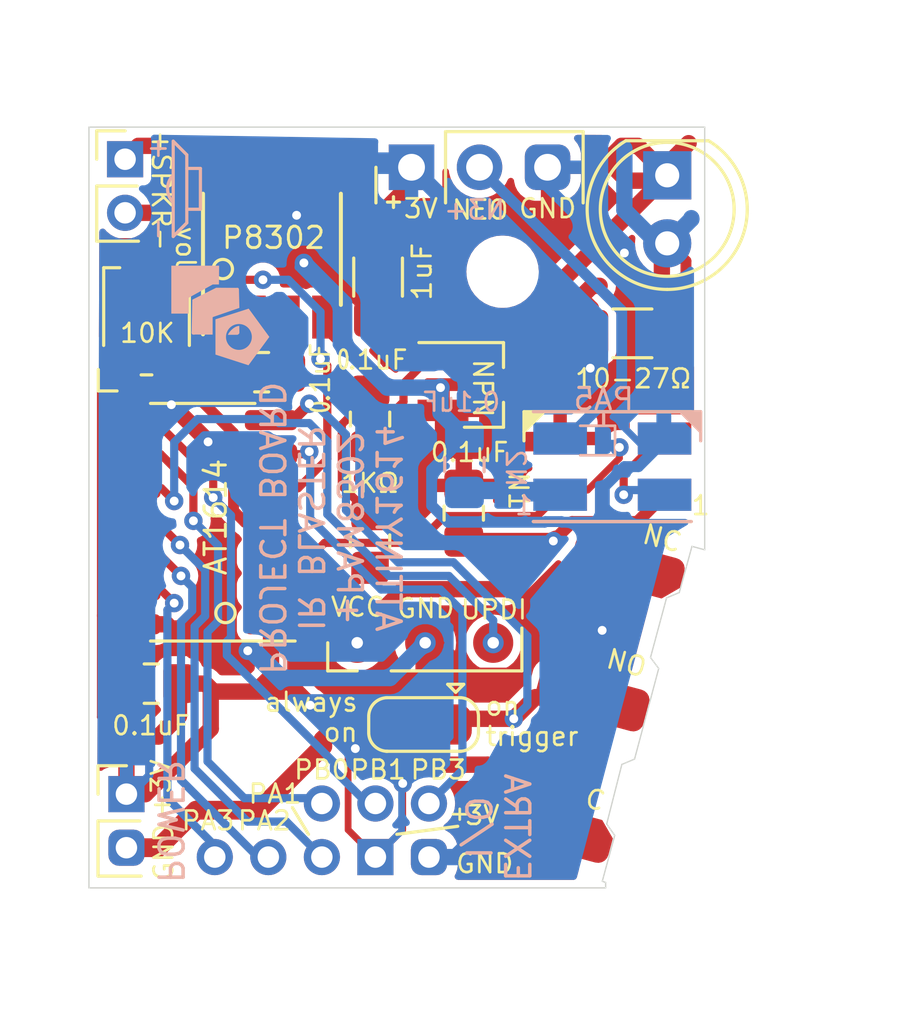
<source format=kicad_pcb>
(kicad_pcb (version 20221018) (generator pcbnew)

  (general
    (thickness 1.6)
  )

  (paper "A4")
  (layers
    (0 "F.Cu" signal)
    (31 "B.Cu" signal)
    (32 "B.Adhes" user "B.Adhesive")
    (33 "F.Adhes" user "F.Adhesive")
    (34 "B.Paste" user)
    (35 "F.Paste" user)
    (36 "B.SilkS" user "B.Silkscreen")
    (37 "F.SilkS" user "F.Silkscreen")
    (38 "B.Mask" user)
    (39 "F.Mask" user)
    (40 "Dwgs.User" user "User.Drawings")
    (41 "Cmts.User" user "User.Comments")
    (42 "Eco1.User" user "User.Eco1")
    (43 "Eco2.User" user "User.Eco2")
    (44 "Edge.Cuts" user)
    (45 "Margin" user)
    (46 "B.CrtYd" user "B.Courtyard")
    (47 "F.CrtYd" user "F.Courtyard")
    (48 "B.Fab" user)
    (49 "F.Fab" user)
  )

  (setup
    (pad_to_mask_clearance 0.0508)
    (solder_mask_min_width 0.101)
    (pcbplotparams
      (layerselection 0x00010fc_ffffffff)
      (plot_on_all_layers_selection 0x0000000_00000000)
      (disableapertmacros false)
      (usegerberextensions true)
      (usegerberattributes true)
      (usegerberadvancedattributes true)
      (creategerberjobfile true)
      (dashed_line_dash_ratio 12.000000)
      (dashed_line_gap_ratio 3.000000)
      (svgprecision 6)
      (plotframeref false)
      (viasonmask false)
      (mode 1)
      (useauxorigin false)
      (hpglpennumber 1)
      (hpglpenspeed 20)
      (hpglpendiameter 15.000000)
      (dxfpolygonmode true)
      (dxfimperialunits true)
      (dxfusepcbnewfont true)
      (psnegative false)
      (psa4output false)
      (plotreference true)
      (plotvalue true)
      (plotinvisibletext false)
      (sketchpadsonfab false)
      (subtractmaskfromsilk false)
      (outputformat 1)
      (mirror false)
      (drillshape 0)
      (scaleselection 1)
      (outputdirectory "gerbers")
    )
  )

  (net 0 "")
  (net 1 "VCC")
  (net 2 "GNDREF")
  (net 3 "Net-(C3-Pad1)")
  (net 4 "Net-(U2-IN+)")
  (net 5 "Net-(D1-K)")
  (net 6 "Net-(D1-A)")
  (net 7 "Net-(D2-DOUT)")
  (net 8 "Net-(D2-DIN)")
  (net 9 "Net-(D3-DOUT)")
  (net 10 "Net-(J1-Pin_2)")
  (net 11 "/scl")
  (net 12 "/sda")
  (net 13 "Net-(J3-Pin_1)")
  (net 14 "Net-(J3-Pin_2)")
  (net 15 "/updi")
  (net 16 "/mosi")
  (net 17 "/miso")
  (net 18 "/sck")
  (net 19 "/trig")
  (net 20 "Net-(Q1-B)")
  (net 21 "Net-(U1-PA4)")
  (net 22 "unconnected-(SW1-A-Pad1)")
  (net 23 "/dac")
  (net 24 "Net-(U1-PA7)")
  (net 25 "/rx")
  (net 26 "unconnected-(U2-NC-Pad2)")
  (net 27 "Net-(U2-IN-)")

  (footprint "Package_SO:SOIC-14_3.9x8.7mm_P1.27mm" (layer "F.Cu") (at 227.65 125.25 180))

  (footprint "LED_THT:LED_D5.0mm" (layer "F.Cu") (at 245 112.3 -90))

  (footprint "Connector_PinHeader_2.00mm:PinHeader_1x03_P2.00mm_Vertical" (layer "F.Cu") (at 232.1 135.75 90))

  (footprint "attinyspeaker:D_SO-8" (layer "F.Cu") (at 230.235 115.062 90))

  (footprint "attinyspeaker:Potentiometer_Bourns_TC33X_Vertical_handsolder" (layer "F.Cu") (at 225.55 117.65 90))

  (footprint "Capacitor_SMD:C_0805_2012Metric_Pad1.18x1.45mm_HandSolder" (layer "F.Cu") (at 225.725 131.275 180))

  (footprint "Package_TO_SOT_SMD:SOT-23_Handsoldering" (layer "F.Cu") (at 238.125 120.125))

  (footprint "Resistor_SMD:R_0805_2012Metric_Pad1.20x1.40mm_HandSolder" (layer "F.Cu") (at 233.9 125.95 90))

  (footprint "Connector_PinHeader_2.00mm:PinHeader_1x01_P2.00mm_Vertical" (layer "F.Cu") (at 228.1 137.75))

  (footprint "MountingHole:MountingHole_2.2mm_M2" (layer "F.Cu") (at 229.6 133.65))

  (footprint "Capacitor_SMD:C_0805_2012Metric_Pad1.18x1.45mm_HandSolder" (layer "F.Cu") (at 237.4 124.9125 90))

  (footprint "attinyspeaker:PinHeader_1x03_P2.54mm_Vertical_smd" (layer "F.Cu") (at 233.42 129.75 90))

  (footprint "Connector_PinHeader_2.00mm:PinHeader_1x02_P2.00mm_Vertical" (layer "F.Cu") (at 224.8 135.4))

  (footprint "Capacitor_SMD:C_1206_3216Metric_Pad1.33x1.80mm_HandSolder" (layer "F.Cu") (at 234.2 116.1 -90))

  (footprint "Capacitor_SMD:C_0805_2012Metric_Pad1.18x1.45mm_HandSolder" (layer "F.Cu") (at 229.85 119.65))

  (footprint "attinyspeaker:LED_neopixel_regular_or_MINI_PLCC4_3.5x3.5mm_P1.75mm_handsolder" (layer "F.Cu") (at 242.95 123.175 180))

  (footprint "Connector_PinHeader_2.54mm:PinHeader_1x03_P2.54mm_Vertical" (layer "F.Cu") (at 235.45 112 90))

  (footprint "Connector_PinHeader_2.00mm:PinHeader_1x02_P2.00mm_Vertical" (layer "F.Cu") (at 224.75 111.7))

  (footprint "Jumper:SolderJumper-3_P1.3mm_Bridged12_RoundedPad1.0x1.5mm" (layer "F.Cu") (at 235.9 132.8 180))

  (footprint "Capacitor_SMD:C_0805_2012Metric_Pad1.18x1.45mm_HandSolder" (layer "F.Cu") (at 233.9 121.4 90))

  (footprint "MountingHole:MountingHole_2.2mm_M2" (layer "F.Cu") (at 238.85 115.9))

  (footprint "Connector_PinHeader_2.00mm:PinHeader_1x04_P2.00mm_Vertical" (layer "F.Cu") (at 236.1 137.75 -90))

  (footprint "Resistor_SMD:R_1206_3216Metric_Pad1.30x1.75mm_HandSolder" (layer "F.Cu") (at 243.7 118.2 180))

  (footprint "attinyspeaker:spdt switch-f" (layer "F.Cu") (at 243.931852 132.3 -105))

  (footprint "attinyspeaker:speakersymbol" (layer "B.Cu") (at 226.80121 114.583 180))

  (footprint "Connector_Wire:SolderWirePad_1x01_SMD_1x2mm" (layer "B.Cu") (at 242.6 122.2))

  (footprint "attinyspeaker:LED_neopixel_regular_or_MINI_PLCC4_3.5x3.5mm_P1.75mm_handsolder" (layer "B.Cu") (at 242.95 123.175))

  (footprint "Capacitor_SMD:C_0805_2012Metric_Pad1.18x1.45mm_HandSolder" (layer "B.Cu") (at 237.425 123.1 90))

  (gr_poly
    (pts
      (xy 228.021361 117.593344)
      (xy 228.019561 118.247084)
      (xy 227.369415 118.242854)
      (xy 227.352908 118.245882)
      (xy 227.337051 118.248051)
      (xy 227.321942 118.249236)
      (xy 227.314696 118.249419)
      (xy 227.307673 118.249309)
      (xy 227.300884 118.24889)
      (xy 227.294341 118.248147)
      (xy 227.288056 118.247063)
      (xy 227.28204 118.245624)
      (xy 227.276306 118.243812)
      (xy 227.270866 118.241614)
      (xy 227.265731 118.239012)
      (xy 227.260913 118.235991)
      (xy 227.256424 118.232537)
      (xy 227.252277 118.228632)
      (xy 227.248482 118.224261)
      (xy 227.245052 118.21941)
      (xy 227.241998 118.214061)
      (xy 227.239333 118.208199)
      (xy 227.237068 118.201809)
      (xy 227.235216 118.194875)
      (xy 227.233787 118.187381)
      (xy 227.232795 118.179311)
      (xy 227.23225 118.170651)
      (xy 227.232166 118.161383)
      (xy 227.232552 118.151494)
      (xy 227.233423 118.140966)
      (xy 227.234788 118.129784)
      (xy 227.236661 118.117932)
      (xy 227.2615 116.942282)
      (xy 228.152672 116.49674)
      (xy 228.856106 116.50097)
      (xy 228.872624 116.501619)
      (xy 228.888458 116.501348)
      (xy 228.917825 116.499542)
      (xy 228.931234 116.498755)
      (xy 228.943711 116.498544)
      (xy 228.955192 116.499283)
      (xy 228.96054 116.500125)
      (xy 228.965617 116.501346)
      (xy 228.970413 116.502991)
      (xy 228.974923 116.505107)
      (xy 228.979137 116.507741)
      (xy 228.983047 116.51094)
      (xy 228.986648 116.514751)
      (xy 228.989929 116.51922)
      (xy 228.992884 116.524394)
      (xy 228.995506 116.53032)
      (xy 228.997785 116.537045)
      (xy 228.999715 116.544614)
      (xy 229.001287 116.553076)
      (xy 229.002494 116.562477)
      (xy 229.003329 116.572864)
      (xy 229.003782 116.584282)
      (xy 229.003848 116.59678)
      (xy 229.003517 116.610404)
      (xy 229.019615 117.249175)
    )

    (stroke (width 0) (type solid)) (fill solid) (layer "B.SilkS") (tstamp 0321676f-74f4-4ded-ae0a-bb3e2dbefcdc))
  (gr_poly
    (pts
      (xy 228.256311 116.37403)
      (xy 228.022422 116.375949)
      (xy 227.124575 116.871887)
      (xy 227.124575 117.462298)
      (xy 226.4765 117.462298)
      (xy 226.4765 115.673239)
      (xy 228.26243 115.673239)
    )

    (stroke (width 0) (type solid)) (fill solid) (layer "B.SilkS") (tstamp 3885e998-47cc-4767-8388-587fdff71623))
  (gr_poly
    (pts
      (xy 229.019026 118.184069)
      (xy 229.018118 118.188062)
      (xy 229.016884 118.192024)
      (xy 229.015341 118.195946)
      (xy 229.013507 118.19982)
      (xy 229.011399 118.203635)
      (xy 229.009034 118.207383)
      (xy 229.006428 118.211056)
      (xy 229.0036 118.214645)
      (xy 229.000566 118.218139)
      (xy 228.997343 118.221532)
      (xy 228.99395 118.224813)
      (xy 228.990401 118.227975)
      (xy 228.986716 118.231007)
      (xy 228.982911 118.233901)
      (xy 228.979002 118.236649)
      (xy 228.975008 118.23924)
      (xy 228.970946 118.241668)
      (xy 228.966832 118.243921)
      (xy 228.962684 118.245993)
      (xy 228.958519 118.247873)
      (xy 228.954353 118.249552)
      (xy 228.950205 118.251023)
      (xy 228.946092 118.252276)
      (xy 228.942029 118.253302)
      (xy 228.938036 118.254092)
      (xy 228.934128 118.254638)
      (xy 228.930323 118.25493)
      (xy 228.926638 118.25496)
      (xy 228.92309 118.254718)
      (xy 228.919696 118.254196)
      (xy 228.916474 118.253385)
      (xy 228.588894 118.255186)
      (xy 228.604369 118.224077)
      (xy 228.622637 118.193056)
      (xy 228.64342 118.162399)
      (xy 228.666441 118.132384)
      (xy 228.691422 118.103289)
      (xy 228.718086 118.07539)
      (xy 228.746154 118.048966)
      (xy 228.775351 118.024293)
      (xy 228.805397 118.00165)
      (xy 228.836016 117.981314)
      (xy 228.86693 117.963561)
      (xy 228.897861 117.94867)
      (xy 228.913246 117.942385)
      (xy 228.928532 117.936919)
      (xy 228.943683 117.932307)
      (xy 228.958665 117.928583)
      (xy 228.973443 117.925783)
      (xy 228.987983 117.923942)
      (xy 229.002249 117.923093)
      (xy 229.016208 117.923272)
      (xy 229.019591 118.180053)
    )

    (stroke (width 0) (type solid)) (fill solid) (layer "B.SilkS") (tstamp 90e42172-3f53-430d-9bcf-cb8e0012c10e))
  (gr_line (start 242.625 121.575) (end 242.625 121.225)
    (stroke (width 0.12) (type default)) (layer "B.SilkS") (tstamp 9d9f87a6-5338-49d3-8b07-6664682bae01))
  (gr_poly
    (pts
      (xy 229.358808 119.391239)
      (xy 228.125 118.992628)
      (xy 228.125 117.675)
      (xy 229.00124 117.393602)
      (xy 229.00124 117.850908)
      (xy 228.977307 117.85151)
      (xy 228.953536 117.853287)
      (xy 228.929967 117.856224)
      (xy 228.906641 117.860303)
      (xy 228.883596 117.865509)
      (xy 228.860872 117.871825)
      (xy 228.83851 117.879234)
      (xy 228.816547 117.88772)
      (xy 228.795024 117.897267)
      (xy 228.773981 117.907858)
      (xy 228.753457 117.919477)
      (xy 228.733491 117.932107)
      (xy 228.714123 117.945733)
      (xy 228.695394 117.960337)
      (xy 228.677341 117.975903)
      (xy 228.660005 117.992415)
      (xy 228.643509 118.009766)
      (xy 228.627959 118.027833)
      (xy 228.613372 118.046577)
      (xy 228.599764 118.065959)
      (xy 228.587151 118.085938)
      (xy 228.575551 118.106477)
      (xy 228.564979 118.127535)
      (xy 228.555452 118.149074)
      (xy 228.546985 118.171053)
      (xy 228.539597 118.193434)
      (xy 228.533302 118.216178)
      (xy 228.528117 118.239244)
      (xy 228.524059 118.262595)
      (xy 228.521143 118.286189)
      (xy 228.519387 118.309989)
      (xy 228.518807 118.333955)
      (xy 228.519452 118.358777)
      (xy 228.521332 118.383272)
      (xy 228.524415 118.407411)
      (xy 228.528673 118.431163)
      (xy 228.534073 118.454498)
      (xy 228.540587 118.477385)
      (xy 228.548183 118.499794)
      (xy 228.556831 118.521696)
      (xy 228.566501 118.543059)
      (xy 228.577163 118.563853)
      (xy 228.588787 118.584049)
      (xy 228.601341 118.603616)
      (xy 228.614796 118.622523)
      (xy 228.629122 118.64074)
      (xy 228.644287 118.658238)
      (xy 228.660262 118.674985)
      (xy 228.677017 118.690952)
      (xy 228.69452 118.706108)
      (xy 228.712743 118.720423)
      (xy 228.731653 118.733867)
      (xy 228.751222 118.74641)
      (xy 228.771419 118.75802)
      (xy 228.792213 118.768668)
      (xy 228.813574 118.778324)
      (xy 228.835472 118.786958)
      (xy 228.857876 118.794538)
      (xy 228.880757 118.801036)
      (xy 228.904083 118.806419)
      (xy 228.927825 118.81066)
      (xy 228.951952 118.813726)
      (xy 228.976434 118.815588)
      (xy 229.00124 118.816215)
      (xy 229.025175 118.815634)
      (xy 229.048947 118.813878)
      (xy 229.072518 118.810963)
      (xy 229.095849 118.806905)
      (xy 229.118898 118.80172)
      (xy 229.141627 118.795425)
      (xy 229.163997 118.788036)
      (xy 229.185967 118.77957)
      (xy 229.207499 118.770042)
      (xy 229.228552 118.75947)
      (xy 229.249087 118.74787)
      (xy 229.269064 118.735257)
      (xy 229.288444 118.721649)
      (xy 229.307187 118.707062)
      (xy 229.325254 118.691512)
      (xy 229.342605 118.675015)
      (xy 229.359117 118.657679)
      (xy 229.374683 118.639626)
      (xy 229.389287 118.620896)
      (xy 229.402913 118.601528)
      (xy 229.415543 118.581562)
      (xy 229.427162 118.561038)
      (xy 229.437753 118.539994)
      (xy 229.447299 118.518471)
      (xy 229.455785 118.496509)
      (xy 229.463194 118.474146)
      (xy 229.46951 118.451422)
      (xy 229.474715 118.428377)
      (xy 229.478794 118.405051)
      (xy 229.481731 118.381483)
      (xy 229.483508 118.357712)
      (xy 229.48411 118.33379)
      (xy 229.48353 118.309853)
      (xy 229.481773 118.286067)
      (xy 229.478856 118.262482)
      (xy 229.474794 118.239139)
      (xy 229.469604 118.216077)
      (xy 229.463303 118.193336)
      (xy 229.455907 118.170954)
      (xy 229.447432 118.148973)
      (xy 229.437895 118.127431)
      (xy 229.427313 118.106369)
      (xy 229.4157 118.085825)
      (xy 229.403075 118.06584)
      (xy 229.389453 118.046453)
      (xy 229.374852 118.027704)
      (xy 229.359286 118.009633)
      (xy 229.342773 117.992278)
      (xy 229.32542 117.975763)
      (xy 229.30735 117.960196)
      (xy 229.288602 117.945592)
      (xy 229.269216 117.931969)
      (xy 229.249232 117.919342)
      (xy 229.228689 117.907728)
      (xy 229.207627 117.897143)
      (xy 229.186086 117.887604)
      (xy 229.164104 117.879127)
      (xy 229.141722 117.871729)
      (xy 229.11898 117.865426)
      (xy 229.095916 117.860234)
      (xy 229.07257 117.85617)
      (xy 229.048983 117.85325)
      (xy 229.025193 117.85149)
      (xy 229.00124 117.850908)
      (xy 229.00124 117.393602)
      (xy 229.36623 117.276388)
      (xy 230.138561 118.332068)
    )

    (stroke (width 0) (type solid)) (fill solid) (layer "B.SilkS") (tstamp c8b0468c-019b-4fc0-b572-b5ca456937ea))
  (gr_line (start 234.775 113.1) (end 234.775 113.5)
    (stroke (width 0.12) (type default)) (layer "F.SilkS") (tstamp 0b7878cd-02a8-42f2-a145-a5110f36aeea))
  (gr_line (start 231 135.9) (end 231.6 136.9)
    (stroke (width 0.12) (type default)) (layer "F.SilkS") (tstamp 8cae11df-8a46-4827-8bff-a56dff9123a6))
  (gr_line (start 234.55 113.3) (end 235 113.3)
    (stroke (width 0.12) (type default)) (layer "F.SilkS") (tstamp a426ef54-c06e-4147-a43d-0460f77a6d93))
  (gr_circle (center 228.4 115.8) (end 228.6 116.1)
    (stroke (width 0.12) (type default)) (fill none) (layer "F.SilkS") (tstamp b235062c-0d54-4715-ae8f-487a4cf6f1a2))
  (gr_circle (center 228.5 128.639445) (end 228.7 128.939445)
    (stroke (width 0.12) (type default)) (fill none) (layer "F.SilkS") (tstamp b3137b4d-ba9e-405b-a314-b74efb38b683))
  (gr_line (start 237 136.15) (end 237.5 136.15)
    (stroke (width 0.1) (type default)) (layer "F.SilkS") (tstamp d0d052d4-89a3-4682-88a1-b0021ed0e4eb))
  (gr_line (start 237.25 135.95) (end 237.25 136.35)
    (stroke (width 0.1) (type default)) (layer "F.SilkS") (tstamp daa50757-61f7-49fc-a847-2848a80dd79a))
  (gr_line (start 237.175 136.6) (end 234.9 136.9)
    (stroke (width 0.12) (type default)) (layer "F.SilkS") (tstamp ef9f1fa0-2199-4033-977f-cd0a8e2341a0))
  (gr_line (start 242.575 138.65) (end 243.039134 136.939884)
    (stroke (width 0.05) (type default)) (layer "Edge.Cuts") (tstamp 0143907d-4289-4333-af00-6767f935b8dd))
  (gr_line (start 246.4 126.28) (end 245.925 126.15)
    (stroke (width 0.05) (type default)) (layer "Edge.Cuts") (tstamp 0babeba4-bc9f-4e47-87d7-884d7719fe51))
  (gr_line (start 244.682068 130.709674) (end 244.375 130.3)
    (stroke (width 0.05) (type default)) (layer "Edge.Cuts") (tstamp 145b1625-2e8f-4a05-aaa2-2f9aef84fe48))
  (gr_line (start 245.45 127.875) (end 245.925 126.15)
    (stroke (width 0.05) (type default)) (layer "Edge.Cuts") (tstamp 19bb720b-6123-4489-a07a-0b6312a404fc))
  (gr_line (start 242.575 138.65) (end 242.7 138.7)
    (stroke (width 0.05) (type default)) (layer "Edge.Cuts") (tstamp 49eb2c4b-8cfb-4fb1-9f47-8c7dee2b517a))
  (gr_line (start 244.975 128.075) (end 245.45 127.875)
    (stroke (width 0.05) (type default)) (layer "Edge.Cuts") (tstamp 5551d66b-b6ef-41ea-815b-b0af6e47239b))
  (gr_line (start 242.739134 136.514884) (end 243.305256 134.291039)
    (stroke (width 0.05) (type default)) (layer "Edge.Cuts") (tstamp 5a96a729-34cc-4d92-a208-9712447e2389))
  (gr_line (start 243.780256 134.091039) (end 244.682068 130.709674)
    (stroke (width 0.05) (type default)) (layer "Edge.Cuts") (tstamp 64c028b5-36bc-41a7-bcdf-a6c1771d323a))
  (gr_line (start 223.4 110.5) (end 246.4 110.5)
    (stroke (width 0.05) (type default)) (layer "Edge.Cuts") (tstamp 767a04dc-a599-41ab-8885-2dbb60943491))
  (gr_line (start 242.7 138.9) (end 223.4 138.9)
    (stroke (width 0.05) (type default)) (layer "Edge.Cuts") (tstamp 7a511e49-2085-43d5-833f-8058c52fc487))
  (gr_line (start 244.375 130.3) (end 244.975 128.075)
    (stroke (width 0.05) (type default)) (layer "Edge.Cuts") (tstamp 90073767-576f-4763-80f1-2761b4dc9bca))
  (gr_line (start 223.4 138.9) (end 223.4 110.5)
    (stroke (width 0.05) (type default)) (layer "Edge.Cuts") (tstamp a88096e3-f1d4-4032-ae56-fa7c303a3864))
  (gr_line (start 243.039134 136.939884) (end 242.739134 136.514884)
    (stroke (width 0.05) (type default)) (layer "Edge.Cuts") (tstamp b40c087d-dd13-4d99-a724-08a36fc28519))
  (gr_line (start 243.305256 134.291039) (end 243.780256 134.091039)
    (stroke (width 0.05) (type default)) (layer "Edge.Cuts") (tstamp bd9404d9-3415-4fa1-b9ec-65dc1a316b49))
  (gr_line (start 246.4 110.5) (end 246.4 126.28)
    (stroke (width 0.05) (type default)) (layer "Edge.Cuts") (tstamp bebd5928-d8b1-442e-a624-b38d4c375407))
  (gr_line (start 242.7 138.9) (end 242.7 138.7)
    (stroke (width 0.05) (type default)) (layer "Edge.Cuts") (tstamp f6904776-ded7-472a-b200-454c29c5724a))
  (gr_text "+    -" (at 226.35 110.8 -270) (layer "B.SilkS") (tstamp 12a8bafb-bdc8-4e64-9844-6e8584efa783)
    (effects (font (size 0.7 0.7) (thickness 0.1)) (justify left bottom mirror))
  )
  (gr_text "N3+" (at 239 114) (layer "B.SilkS") (tstamp 57c35352-483f-4371-8b3a-c85bbe3caf89)
    (effects (font (size 0.7 0.7) (thickness 0.1)) (justify left bottom mirror))
  )
  (gr_text "PA5" (at 243.825 121.125) (layer "B.SilkS") (tstamp a6c15c50-75f6-43e2-bc3d-a8a1e0a947c9)
    (effects (font (size 0.8 0.8) (thickness 0.11)) (justify left bottom mirror))
  )
  (gr_text "N2" (at 238.925 124 -90) (layer "B.SilkS") (tstamp bed81d0c-5f54-47df-9b39-e653b07c4e6c)
    (effects (font (size 0.7 0.7) (thickness 0.1)) (justify left bottom mirror))
  )
  (gr_text "POWER" (at 225.9 138.8 -90) (layer "B.SilkS") (tstamp c65cdf3e-298c-4f33-93cc-d5ae94c7786b)
    (effects (font (size 0.9 0.9) (thickness 0.13)) (justify left bottom mirror))
  )
  (gr_text "ATTINY1614\n+PAM8302\nIR BLASTER\nPROJECT BOARD" (at 229.7 125.475 -90) (layer "B.SilkS") (tstamp ecfb03b2-a828-48d7-a10c-5d8f3478bf70)
    (effects (font (size 0.9 0.9) (thickness 0.13)) (justify bottom mirror))
  )
  (gr_text "EXTRA\nI/O" (at 237.4 136.65 270) (layer "B.SilkS") (tstamp efa5eee1-f4b6-4075-9fb9-edeba6a59406)
    (effects (font (size 0.9 0.9) (thickness 0.13)) (justify bottom mirror))
  )
  (gr_text "0.1uF" (at 238.825 121.175) (layer "B.SilkS") (tstamp f8da30e8-cd73-4eb2-a177-e3a8841f8b64)
    (effects (font (size 0.7 0.7) (thickness 0.1)) (justify left bottom mirror))
  )
  (gr_text "C" (at 241.8 135.9 345) (layer "F.SilkS") (tstamp 1246b10a-1255-4653-a223-e248808a66f4)
    (effects (font (size 0.7 0.7) (thickness 0.1)) (justify left bottom))
  )
  (gr_text "NO" (at 242.6 130.7 345) (layer "F.SilkS") (tstamp 1707c088-373f-4a90-974c-1e14a9329ab4)
    (effects (font (size 0.7 0.7) (thickness 0.1)) (justify left bottom))
  )
  (gr_text "PB0" (at 231 134.9) (layer "F.SilkS") (tstamp 1e80ccdc-c593-4470-a6dc-74ef826ff2fa)
    (effects (font (size 0.7 0.7) (thickness 0.1)) (justify left bottom))
  )
  (gr_text "GND" (at 234.85 128.875) (layer "F.SilkS") (tstamp 24f44e4e-3486-4f75-9e8b-fdc1d2fa880d)
    (effects (font (size 0.7 0.7) (thickness 0.1)) (justify left bottom))
  )
  (gr_text "0.1uF" (at 224.2 133.25) (layer "F.SilkS") (tstamp 31f3dfb6-0001-45e9-af0d-55f858c4749b)
    (effects (font (size 0.7 0.7) (thickness 0.1)) (justify left bottom))
  )
  (gr_text "1uF" (at 236.25 117.05 90) (layer "F.SilkS") (tstamp 45a214f7-c657-402f-ac96-630124d6c259)
    (effects (font (size 0.7 0.8) (thickness 0.1)) (justify left bottom))
  )
  (gr_text "3V" (at 235.1 113.95) (layer "F.SilkS") (tstamp 4af3a60d-9c43-4a16-b1a8-ddc0df363492)
    (effects (font (size 0.7 0.7) (thickness 0.1)) (justify left bottom))
  )
  (gr_text "VCC" (at 232.375 128.825) (layer "F.SilkS") (tstamp 50faba03-b041-4b28-aa65-0757a6573fc8)
    (effects (font (size 0.7 0.7) (thickness 0.1)) (justify left bottom))
  )
  (gr_text "vol" (at 226.6 114.15 -90) (layer "F.SilkS") (tstamp 551f9275-016c-4579-b1f0-2f65fe654696)
    (effects (font (size 0.7 0.7) (thickness 0.1)) (justify left bottom))
  )
  (gr_text "0.1uF" (at 236.1 123.05) (layer "F.SilkS") (tstamp 5696aed4-3c3f-4116-b05e-27083cd6472c)
    (effects (font (size 0.7 0.7) (thickness 0.1)) (justify left bottom))
  )
  (gr_text "always\non" (at 233.5 133.5) (layer "F.SilkS") (tstamp 5f70a48c-cfda-47c5-a59c-7c67e617cbcd)
    (effects (font (size 0.7 0.7) (thickness 0.1)) (justify right bottom))
  )
  (gr_text "N1" (at 239.025 123.325 270) (layer "F.SilkS") (tstamp 68725b7d-d5a1-45e0-a70e-7d4e883fd360)
    (effects (font (size 0.7 0.7) (thickness 0.1)) (justify left bottom))
  )
  (gr_text "+SPKR-" (at 225.7 110.55 270) (layer "F.SilkS") (tstamp 722ea7a3-a70b-407a-9bc3-a6400b9eece4)
    (effects (font (size 0.7 0.7) (thickness 0.1)) (justify left bottom))
  )
  (gr_text "NEO" (at 236.9 114) (layer "F.SilkS") (tstamp 776906eb-3a7b-4a25-82c1-396930f87c9a)
    (effects (font (size 0.7 0.7) (thickness 0.1)) (justify left bottom))
  )
  (gr_text "PB1" (at 233.1 134.9) (layer "F.SilkS") (tstamp 84666d98-fd1b-4590-b9bf-1e0bd7733879)
    (effects (font (size 0.7 0.7) (thickness 0.1)) (justify left bottom))
  )
  (gr_text "AT1614" (at 228.6 127.3 90) (layer "F.SilkS") (tstamp 856ef05b-c825-4afb-a5a0-22e9b2dd2f48)
    (effects (font (size 0.8 0.8) (thickness 0.11)) (justify left bottom))
  )
  (gr_text "NC" (at 243.95 126.05 345) (layer "F.SilkS") (tstamp 934b64dc-2deb-4afd-ab25-afdfd359a254)
    (effects (font (size 0.7 0.7) (thickness 0.1)) (justify left bottom))
  )
  (gr_text "PA2" (at 228.9 136.8) (layer "F.SilkS") (tstamp 99dd08a3-794a-4a47-beb3-71aa0dbca364)
    (effects (font (size 0.7 0.7) (thickness 0.1)) (justify left bottom))
  )
  (gr_text "3V" (at 237.4 136.6) (layer "F.SilkS") (tstamp 9cbdee7b-4780-4fb0-921d-ffbfd0ed2c9d)
    (effects (font (size 0.7 0.7) (thickness 0.1)) (justify left bottom))
  )
  (gr_text "0" (at 232.45 121.25 90) (layer "F.SilkS") (tstamp a0d50560-7324-4524-8094-bd7c7cda29c7)
    (effects (font (size 0.7 0.5) (thickness 0.1)) (justify left bottom))
  )
  (gr_text "GND" (at 226.6 138.7 90) (layer "F.SilkS") (tstamp aca5609c-b592-416a-bcff-867ddef08ae1)
    (effects (font (size 0.7 0.7) (thickness 0.1)) (justify left bottom))
  )
  (gr_text ".1uF" (at 233 119.6) (layer "F.SilkS") (tstamp b2cdc2b8-779f-4437-a9a5-063c5ca51f91)
    (effects (font (size 0.7 0.7) (thickness 0.1)) (justify left bottom))
  )
  (gr_text "PA1" (at 229.3 135.8) (layer "F.SilkS") (tstamp b57b9e48-07e8-4144-9a1e-2819546a3014)
    (effects (font (size 0.7 0.7) (thickness 0.1)) (justify left bottom))
  )
  (gr_text "1KΩ" (at 232.75 124.2) (layer "F.SilkS") (tstamp b6afb38f-032a-4388-a7a7-1f52c3a60309)
    (effects (font (size 0.7 0.7) (thickness 0.1)) (justify left bottom))
  )
  (gr_text "GND" (at 239.4 113.95) (layer "F.SilkS") (tstamp b7b3018e-99fa-4676-90b6-ea0780fee1e4)
    (effects (font (size 0.7 0.7) (thickness 0.1)) (justify left bottom))
  )
  (gr_text "on\ntrigger" (at 238.15 133.65) (layer "F.SilkS") (tstamp ba243524-9eae-449b-aa23-0cf1d472eb2f)
    (effects (font (size 0.7 0.7) (thickness 0.1)) (justify left bottom))
  )
  (gr_text "+3V" (at 226.5 136.3 90) (layer "F.SilkS") (tstamp bc04d38b-7e1c-4776-9462-54afb5e354f5)
    (effects (font (size 0.7 0.7) (thickness 0.1)) (justify left bottom))
  )
  (gr_text "GND" (at 237.05 138.4) (layer "F.SilkS") (tstamp bd520f94-2f44-4e13-a09c-4b8a1a83d32c)
    (effects (font (size 0.7 0.7) (thickness 0.1)) (justify left bottom))
  )
  (gr_text "P8302" (at 228.3 115.1) (layer "F.SilkS") (tstamp bf09819d-7f93-4961-97b8-7cd62fd3fae0)
    (effects (font (size 0.8 0.8) (thickness 0.11)) (justify left bottom))
  )
  (gr_text "10K" (at 224.5 118.6) (layer "F.SilkS") (tstamp c12d113c-62c8-47ba-9c13-dc456b56ac14)
    (effects (font (size 0.7 0.7) (thickness 0.1)) (justify left bottom))
  )
  (gr_text "NPN" (at 237.7 119.1 -90) (layer "F.SilkS") (tstamp c4943a84-030f-47c8-b7ce-1a7f1c2472c4)
    (effects (font (size 0.7 0.7) (thickness 0.1)) (justify left bottom))
  )
  (gr_text "UPDI" (at 237.225 128.925) (layer "F.SilkS") (tstamp ca112c9d-aca4-45aa-a545-6b6bfcf10170)
    (effects (font (size 0.7 0.7) (thickness 0.1)) (justify left bottom))
  )
  (gr_text "0" (at 232.6 119.6) (layer "F.SilkS") (tstamp cb84aab4-95e3-4882-a939-b4e2f4171a5e)
    (effects (font (size 0.7 0.5) (thickness 0.1)) (justify left bottom))
  )
  (gr_text "10-27Ω" (at 241.5 120.3) (layer "F.SilkS") (tstamp cc1904bd-9441-4191-be41-929475d9c003)
    (effects (font (size 0.7 0.7) (thickness 0.1)) (justify left bottom))
  )
  (gr_text "PA3" (at 226.8 136.8) (layer "F.SilkS") (tstamp e947c0fa-25a5-42eb-840e-d3ed1feb40b0)
    (effects (font (size 0.7 0.7) (thickness 0.1)) (justify left bottom))
  )
  (gr_text "PB3" (at 235.35 134.9) (layer "F.SilkS") (tstamp ecf07892-0062-4871-82db-e416382a414b)
    (effects (font (size 0.7 0.7) (thickness 0.1)) (justify left bottom))
  )
  (gr_text ".1uF" (at 232.45 120.85 90) (layer "F.SilkS") (tstamp eddf72f6-c8dc-448c-8f72-812968a0afea)
    (effects (font (size 0.7 0.7) (thickness 0.1)) (justify left bottom))
  )

  (segment (start 229.632 131.572) (end 230.2 131.004) (width 0.6096) (layer "F.Cu") (net 1) (tstamp 021d2d68-5520-4e5e-aab9-a11b7d1ab1bc))
  (segment (start 240.745726 125.95) (end 241.427979 125.267747) (width 0.45) (layer "F.Cu") (net 1) (tstamp 0b8d94f1-900f-494b-8248-91e475f15ac4))
  (segment (start 227.753 131.275) (end 228.05 131.572) (width 0.6096) (layer "F.Cu") (net 1) (tstamp 13a442fe-7c32-4bce-8c3d-4e1ad8d7c459))
  (segment (start 224.8 135.4) (end 224.8 133.85) (width 0.6096) (layer "F.Cu") (net 1) (tstamp 15437b3f-7a30-4475-867d-8d9456f98696))
  (segment (start 233.35 133.7) (end 233.0798 133.9702) (width 0.254) (layer "F.Cu") (net 1) (tstamp 1b8751af-9e72-41a6-9663-ddea22170172))
  (segment (start 231.439 114.075) (end 232.775 114.075) (width 0.6096) (layer "F.Cu") (net 1) (tstamp 249e31ed-839d-462a-84d9-248caf23cdfa))
  (segment (start 233.05 114.35) (end 234.0125 114.35) (width 0.6096) (layer "F.Cu") (net 1) (tstamp 281f91a0-08ec-490a-a5ff-7b8aecc6c016))
  (segment (start 227.95 131.672) (end 228.05 131.572) (width 0.6096) (layer "F.Cu") (net 1) (tstamp 2f6b2c11-da9c-4b23-aa6f-5019142b2681))
  (segment (start 235.15 127.75) (end 238.945726 127.75) (width 0.6096) (layer "F.Cu") (net 1) (tstamp 30ad2bd6-89e3-4c40-8edc-2a9de61823b3))
  (segment (start 233.0798 133.9702) (end 233.0798 136.7298) (width 0.254) (layer "F.Cu") (net 1) (tstamp 324fd992-604d-4269-a8df-84f51b30d1a5))
  (segment (start 234.2 113.85) (end 235.45 112.6) (width 0.6096) (layer "F.Cu") (net 1) (tstamp 3a9189c6-e706-48fd-ae16-a080339a70c0))
  (segment (start 224.8 133.85) (end 225.4 133.25) (width 0.6096) (layer "F.Cu") (net 1) (tstamp 3aa0dc70-88be-40a5-8005-6a2e7903148a))
  (segment (start 242.15 118.2) (end 242.15 119.475) (width 0.6096) (layer "F.Cu") (net 1) (tstamp 44c0240f-0acd-43ce-b0b5-20c16d78cca4))
  (segment (start 227.85 122.233945) (end 226.478859 120.862804) (width 0.6096) (layer "F.Cu") (net 1) (tstamp 4cfe8e89-b889-4489-8070-9390740aa883))
  (segment (start 235.1202 135) (end 235.1202 136.7298) (width 0.254) (layer "F.Cu") (net 1) (tstamp 4dbc23fe-05aa-4b28-bccf-acbaf06144b1))
  (segment (start 238.945726 127.75) (end 240.822863 125.872863) (width 0.6096) (layer "F.Cu") (net 1) (tstamp 54a0c731-cb99-4b0d-9940-fde40c078384))
  (segment (start 235.45 112.6) (end 235.45 112) (width 0.6096) (layer "F.Cu") (net 1) (tstamp 5dd99630-97bc-4a5f-bdab-bf44be7bfd4c))
  (segment (start 235.1202 136.7298) (end 234.1 137.75) (width 0.254) (layer "F.Cu") (net 1) (tstamp 620c0505-aecc-4bef-bf8e-f1353014b767))
  (segment (start 231.156 113.792) (end 231.439 114.075) (width 0.6096) (layer "F.Cu") (net 1) (tstamp 657b9fc3-0339-4ef1-a5c1-228eaaf7e39c))
  (segment (start 242.15 119.475) (end 242.125 119.5) (width 0.6096) (layer "F.Cu") (net 1) (tstamp 68e5c5b6-6432-4e0b-843b-caf69becb3bd))
  (segment (start 241.75 116.875) (end 242.2 116.425) (width 0.6096) (layer "F.Cu") (net 1) (tstamp 6a993439-e495-4f71-9477-2510f38e053b))
  (segment (start 237.4 125.95) (end 240.745726 125.95) (width 0.6096) (layer "F.Cu") (net 1) (tstamp 731ad677-208d-472d-bab1-3befc9f34aec))
  (segment (start 243.839506 125.25) (end 243.857253 125.267747) (width 0.46) (layer "F.Cu") (net 1) (tstamp 790939d3-0474-4a01-8a23-a1a98589be49))
  (segment (start 230.87 112.532) (end 230.87 113.4307) (width 0.6096) (layer "F.Cu") (net 1) (tstamp 7919a1f5-87ab-4399-90ab-d03de4aa6a34))
  (segment (start 234.2 114.5375) (end 234.2 113.85) (width 0.6096) (layer "F.Cu") (net 1) (tstamp 7af7d795-98e4-46c5-b067-28b29bb75355))
  (segment (start 228.05 131.572) (end 229.632 131.572) (width 0.6096) (layer "F.Cu") (net 1) (tstamp 7be27556-5360-463c-8488-b56b6cfb3f46))
  (segment (start 231.664 132.08) (end 231.156 131.572) (width 0.6096) (layer "F.Cu") (net 1) (tstamp 7e671b3e-73c5-497c-a0ad-d1f8d8b491b6))
  (segment (start 232.775 114.075) (end 233.05 114.35) (width 0.6096) (layer "F.Cu") (net 1) (tstamp 8007af84-799e-4212-8806-707b9d438100))
  (segment (start 232.73 129.06) (end 230.2 129.06) (width 0.6096) (layer "F.Cu") (net 1) (tstamp 8629c03f-509f-4ac6-9a76-ce1b433698b1))
  (segment (start 243.857253 125.267747) (end 244.9 124.225) (width 0.45) (layer "F.Cu") (net 1) (tstamp 90032b10-90bd-4a8b-b918-7da51b5ed34c))
  (segment (start 226.7625 132.4875) (end 226.7625 131.275) (width 0.6096) (layer "F.Cu") (net 1) (tstamp 90d8ed04-b4b6-43ff-bc54-d41688b2f4df))
  (segment (start 233.42 129.75) (end 232.73 129.06) (width 0.6096) (layer "F.Cu") (net 1) (tstamp 9ccc4e51-ff44-4ab4-a7b5-305016ea27eb))
  (segment (start 233.0798 136.7298) (end 234.1 137.75) (width 0.254) (layer "F.Cu") (net 1) (tstamp 9e3d926e-6615-4f9b-891b-523892ff442f))
  (segment (start 242.15 118.2) (end 242.15 117.275) (width 0.6096) (layer "F.Cu") (net 1) (tstamp a25be53d-bf24-4674-a89f-ee09e5a1ac0c))
  (segment (start 233.42 129.75) (end 233.42 129.48) (width 0.6096) (layer "F.Cu") (net 1) (tstamp ac362846-c64c-4a1d-a5f7-e3f430cfdbe7))
  (segment (start 226.7625 131.275) (end 227.753 131.275) (width 0.6096) (layer "F.Cu") (net 1) (tstamp b47bd7c5-70c5-4251-b864-218aff01d138))
  (segment (start 242.15 117.275) (end 241.75 116.875) (width 0.6096) (layer "F.Cu") (net 1) (tstamp b5dbb893-42eb-454b-b0a6-c5daeadffaa4))
  (segment (start 226 133.25) (end 226.7625 132.4875) (width 0.6096) (layer "F.Cu") (net 1) (tstamp b8b9ecf2-07a9-44c0-b319-5d4bff965b4e))
  (segment (start 242.2 116.425) (end 242.475 116.425) (width 0.6096) (layer "F.Cu") (net 1) (tstamp bf762834-702a-47ab-ab4c-8a5d345a08b5))
  (segment (start 225.509759 135.4) (end 227.95 132.959759) (width 0.6096) (layer "F.Cu") (net 1) (tstamp c4199a75-848b-4321-9a90-9f2cd235560d))
  (segment (start 231.156 131.572) (end 229.632 131.572) (width 0.6096) (layer "F.Cu") (net 1) (tstamp cc840257-1242-4ed4-917c-110f15ba36ba))
  (segment (start 230.87 113.4307) (end 231.156 113.7167) (width 0.6096) (layer "F.Cu") (net 1) (tstamp d053a03a-a418-4d6d-aa50-b4ffa586aebd))
  (segment (start 240.745726 125.95) (end 240.822863 125.872863) (width 0.6096) (layer "F.Cu") (net 1) (tstamp d0f51ab4-2417-4386-942b-091f3a32f6e9))
  (segment (start 234.0125 114.35) (end 234.2 114.5375) (width 0.6096) (layer "F.Cu") (net 1) (tstamp d12acc07-620c-4132-834a-433f26349297))
  (segment (start 224.8 135.4) (end 225.509759 135.4) (width 0.6096) (layer "F.Cu") (net 1) (tstamp d324ee12-6f47-42fe-9cc9-740383c3d017))
  (segment (start 233.42 129.48) (end 235.15 127.75) (width 0.6096) (layer "F.Cu") (net 1) (tstamp e12ef032-b960-4ea6-b7d4-cd042b8840b5))
  (segment (start 230.2 131.004) (end 230.2 129.06) (width 0.6096) (layer "F.Cu") (net 1) (tstamp e5353473-7129-4c9e-bbf8-0fe792140012))
  (segment (start 227.95 132.959759) (end 227.95 131.672) (width 0.6096) (layer "F.Cu") (net 1) (tstamp f0dc7440-1eec-45a0-b7d0-94b3d5e99a3a))
  (segment (start 231.156 113.7167) (end 231.156 113.792) (width 0.6096) (layer "F.Cu") (net 1) (tstamp f2a3c957-7880-4a90-afe0-0c0c856f5a82))
  (segment (start 241.427979 125.267747) (end 241.445726 125.25) (width 0.46) (layer "F.Cu") (net 1) (tstamp fa09c123-8d66-4cf0-b6ae-c2c7ea404953))
  (segment (start 241.445726 125.25) (end 243.839506 125.25) (width 0.46) (layer "F.Cu") (net 1) (tstamp fc7cc462-66e8-40cb-9bfe-143e8722b8be))
  (segment (start 225.4 133.25) (end 226 133.25) (width 0.6096) (layer "F.Cu") (net 1) (tstamp fcf617f4-d2d2-4be7-bb76-1ec869553b41))
  (segment (start 227.85 122.25) (end 227.85 122.233945) (width 0.6096) (layer "F.Cu") (net 1) (tstamp fedc82e8-d56e-492f-9ba1-5907db355cff))
  (via (at 227.85 122.25) (size 0.6858) (drill 0.3302) (layers "F.Cu" "B.Cu") (net 1) (tstamp 206560a3-fbda-4cdb-b9ea-93da64a176ae))
  (via (at 235.1202 135) (size 0.6858) (drill 0.3302) (layers "F.Cu" "B.Cu") (net 1) (tstamp 3aa21e52-5af6-4231-84a3-dd5bdd316ab5))
  (via (at 226.478859 120.862804) (size 0.6858) (drill 0.3302) (layers "F.Cu" "B.Cu") (net 1) (tstamp 4e646d37-747d-4e6d-913c-9e99ae065a20))
  (via (at 242.125 119.5) (size 0.6858) (drill 0.3302) (layers "F.Cu" "B.Cu") (net 1) (tstamp 8b9b2ace-a384-4a99-917e-99c6cb0643f3))
  (via (at 231.664 132.08) (size 0.6858) (drill 0.3302) (layers "F.Cu" "B.Cu") (net 1) (tstamp 99514012-fd9e-4db9-9b93-39879b2e3e9a))
  (via (at 233.42 129.75) (size 0.7858) (drill 0.4302) (layers "F.Cu" "B.Cu") (net 1) (tstamp 9e1fd161-ee4d-40db-a089-8f418472649b))
  (via (at 240.745726 125.95) (size 0.6858) (drill 0.3302) (layers "F.Cu" "B.Cu") (net 1) (tstamp b99bfc3f-9b6b-464b-9f55-8c189fe5c39f))
  (via (at 233.35 133.7) (size 0.6858) (drill 0.3302) (layers "F.Cu" "B.Cu") (net 1) (tstamp d3449175-ec45-4d50-b074-af5f93b2048e))
  (via (at 231.156 113.792) (size 0.6858) (drill 0.3302) (layers "F.Cu" "B.Cu") (net 1) (tstamp f73c1f19-7b56-4d86-a01c-ee08934a42e7))
  (segment (start 224.298 115.824) (end 225.822 115.824) (width 0.6096) (layer "B.Cu") (net 1) (tstamp 018655f5-caca-4dde-ac6f-dd88347840da))
  (segment (start 224.8 135.4) (end 224.95 135.4) (width 0.3048) (layer "B.Cu") (net 1) (tstamp 0cf6f422-0842-477b-9943-6e536734e598))
  (segment (start 235.0798 136.7702) (end 234.1 137.75) (width 0.254) (layer "B.Cu") (net 1) (tstamp 153de8c0-4526-4a4d-8d1c-679e2af579bd))
  (segment (start 233.42 127.834492) (end 227.85 122.264492) (width 0.254) (layer "B.Cu") (net 1) (tstamp 159ece6b-ad33-4bb2-9989-6f4bf14a6b78))
  (segment (start 226.478859 120.862804) (end 226.478859 118.004859) (width 0.254) (layer "B.Cu") (net 1) (tstamp 16d2606f-8528-4453-bbc0-8eb77fbf1dcf))
  (segment (start 239.25 123.65) (end 239.65 124.05) (width 0.6096) (layer "B.Cu") (net 1) (tstamp 26e54abb-c163-455c-9128-029e503cd6da))
  (segment (start 235.07452 125.95) (end 240.745726 125.95) (width 0.4064) (layer "B.Cu") (net 1) (tstamp 2c160d92-b10d-427b-b483-28d5d8b8e779))
  (segment (start 234.0158 124.89128) (end 235.07452 125.95) (width 0.4064) (layer "B.Cu") (net 1) (tstamp 3661a0da-bf55-4bc3-943a-5408a5b23d06))
  (segment (start 239.25 120.5) (end 239.25 123.65) (width 0.6096) (layer "B.Cu") (net 1) (tstamp 3708cfc6-566a-4406-a99b-4893059faa01))
  (segment (start 233.42 129.75) (end 234.646 128.524) (width 0.3048) (layer "B.Cu") (net 1) (tstamp 38a13c3d-f0af-4751-a50f-07b0d0e3602b))
  (segment (start 236.45 113) (end 236.45 118.975439) (width 0.6096) (layer "B.Cu") (net 1) (tstamp 3a7f2e00-dc64-4c5b-b513-5826c6f4182b))
  (segment (start 225.65 134.7) (end 225.65 121.691663) (width 0.3048) (layer "B.Cu") (net 1) (tstamp 3dc8a400-8be7-4bc3-a6a3-a6324ea2be74))
  (segment (start 236.45 118.975439) (end 237.174561 119.7) (width 0.6096) (layer "B.Cu") (net 1) (tstamp 3ebbf34d-44ef-4028-a73e-f8f5fc397559))
  (segment (start 232.2 119.95) (end 233.55 121.3) (width 0.4064) (layer "B.Cu") (net 1) (tstamp 46d86c24-07c8-445b-ac45-85a3e5b85fc0))
  (segment (start 226.478859 120.862804) (end 227.391663 119.95) (width 0.4064) (layer "B.Cu") (net 1) (tstamp 47a9bb46-c8ca-4ab4-97f9-72bd83f7f884))
  (segment (start 235.0798 135.0404) (end 235.0798 136.7702) (width 0.254) (layer "B.Cu") (net 1) (tstamp 4cd9596c-33a2-42e5-b817-b6d4823d54a3))
  (segment (start 225.65 121.691663) (end 226.478859 120.862804) (width 0.3048) (layer "B.Cu") (net 1) (tstamp 4d57d3f7-efb5-45c6-8a1b-e7eb13167985))
  (segment (start 226.478859 118.004859) (end 224.298 115.824) (width 0.254) (layer "B.Cu") (net 1) (tstamp 4e7e2c6a-9733-43fc-8e32-d44cc5bb6ca7))
  (segment (start 236.8674 129.1674) (end 236.8674 133.2528) (width 0.3048) (layer "B.Cu") (net 1) (tstamp 58bc12a9-7777-41bb-a414-2672b1c98d69))
  (segment (start 227.85 122.264492) (end 227.85 122.25) (width 0.254) (layer "B.Cu") (net 1) (tstamp 5aeacd76-6b58-4199-9150-c629908f67a7))
  (segment (start 233.55 123.8) (end 234.0158 124.2658) (width 0.4064) (layer "B.Cu") (net 1) (tstamp 6af705e9-e8cc-4672-91f2-6e0be99222a7))
  (segment (start 234.646 128.524) (end 236.224 128.524) (width 0.3048) (layer "B.Cu") (net 1) (tstamp 8161ae0b-9702-40f2-90bf-4d985edb84ec))
  (segment (start 239.65 124.05) (end 237.5125 124.05) (width 0.6096) (layer "B.Cu") (net 1) (tstamp 85ab5f21-f0d0-4267-a89d-0c02446cce6f))
  (segment (start 236.224 128.524) (end 236.8674 129.1674) (width 0.3048) (layer "B.Cu") (net 1) (tstamp 8ac1e589-5eae-4bda-be0e-d9b5af4e5ee5))
  (segment (start 233.42 129.75) (end 233.42 127.834492) (width 0.254) (layer "B.Cu") (net 1) (tstamp 91da6d6c-2e70-46aa-a61c-f2c6540517f9))
  (segment (start 233.25 133.7) (end 232.575 133.025) (width 0.4064) (layer "B.Cu") (net 1) (tstamp 9d6f9291-53c3-459d-abcd-97f9d7be82da))
  (segment (start 229.896 111.75) (end 235.2 111.75) (width 0.6096) (layer "B.Cu") (net 1) (tstamp a0a746c1-4c4e-4845-8ef4-afaa38ab7e21))
  (segment (start 237.174561 119.7) (end 238.45 119.7) (width 0.6096) (layer "B.Cu") (net 1) (tstamp a684e74c-9ff2-4b72-b4f9-6eefcdadd60b))
  (segment (start 237.5125 124.05) (end 237.425 124.1375) (width 0.6096) (layer "B.Cu") (net 1) (tstamp b0b567fb-d16a-48d5-97bd-503e173ba2a6))
  (segment (start 224.95 135.4) (end 225.65 134.7) (width 0.3048) (layer "B.Cu") (net 1) (tstamp b98c885f-a1c1-446f-83b4-9e758127fdbb))
  (segment (start 232.575 132.991) (end 231.664 132.08) (width 0.4064) (layer "B.Cu") (net 1) (tstamp c10e0b33-b9c0-4c04-98ae-3b29ceec6cd3))
  (segment (start 234.0158 124.2658) (end 234.0158 124.89128) (width 0.4064) (layer "B.Cu") (net 1) (tstamp c2886b1c-0f7e-4b2a-9d6b-e44d75efd65b))
  (segment (start 232.575 133.025) (end 232.575 132.991) (width 0.4064) (layer "B.Cu") (net 1) (tstamp c47c9d31-243b-4ce2-8c86-d6ff4969aa4f))
  (segment (start 225.822 115.824) (end 229.896 111.75) (width 0.6096) (layer "B.Cu") (net 1) (tstamp c6031597-c111-4192-8b13-703c699e078e))
  (segment (start 233.55 121.3) (end 233.55 123.8) (width 0.4064) (layer "B.Cu") (net 1) (tstamp c6189d48-8a61-4439-8eef-a5541f5ec3b4))
  (segment (start 233.35 133.7) (end 233.25 133.7) (width 0.4064) (layer "B.Cu") (net 1) (tstamp c740b0b8-1698-48de-9bbe-63ce6e13acc8))
  (segment (start 236.8674 133.2528) (end 235.1202 135) (width 0.3048) (layer "B.Cu") (net 1) (tstamp e530feac-0c51-4497-be0e-23d808f71e2c))
  (segment (start 235.2 111.75) (end 236.45 113) (width 0.6096) (layer "B.Cu") (net 1) (tstamp ea462991-4a44-41f2-bf05-5a155fffb4e0))
  (segment (start 235.1202 135) (end 235.0798 135.0404) (width 0.254) (layer "B.Cu") (net 1) (tstamp edff254f-2965-4458-8886-ac38dd6bbc2f))
  (segment (start 241.1 124.05) (end 239.65 124.05) (width 0.6096) (layer "B.Cu") (net 1) (tstamp f31639bd-43c0-4140-a8c6-dacb19361201))
  (segment (start 227.391663 119.95) (end 232.2 119.95) (width 0.4064) (layer "B.Cu") (net 1) (tstamp fb5311b2-841c-493a-b3dd-958988225e42))
  (segment (start 238.45 119.7) (end 239.25 120.5) (width 0.6096) (layer "B.Cu") (net 1) (tstamp fecb1a69-2e62-4298-8d54-a54c14c14498))
  (segment (start 235.9 130.31) (end 236.46 129.75) (width 0.6096) (layer "F.Cu") (net 2) (tstamp 0585f7b6-ba22-40fa-ac41-59e5a9a1dc1b))
  (segment (start 228.192 114.808) (end 225.242 114.808) (width 0.4064) (layer "F.Cu") (net 2) (tstamp 10228428-9767-4942-b47d-d899eccdca44))
  (segment (start 239.468476 130.881) (end 241.063476 129.286) (width 0.4064) (layer "F.Cu") (net 2) (tstamp 115f6559-645e-4468-94e1-25991338633f))
  (segment (start 224.9 131.0625) (end 224.9 129.26) (width 0.6096) (layer "F.Cu") (net 2) (tstamp 15cced34-216b-4088-a04e-724883eb2b13))
  (segment (start 232.17625 115.57) (end 234.2 117.59375) (width 0.6096) (layer "F.Cu") (net 2) (tstamp 23732e41-e4b4-44cb-9ad3-0179f43e741d))
  (segment (start 241.1 122.3) (end 237.8875 122.3) (width 0.6096) (layer "F.Cu") (net 2) (tstamp 25ef3898-2391-431d-a67f-a917e6098ba9))
  (segment (start 231.4291 115.57) (end 232.17625 115.57) (width 0.6096) (layer "F.Cu") (net 2) (tstamp 2959d104-38ca-42dd-884e-665da1c65135))
  (segment (start 236.625 121.075) (end 235.775 121.075) (width 0.3048) (layer "F.Cu") (net 2) (tstamp 2ae64215-bb32-49e1-984a-9bb1f14a78db))
  (segment (start 223.8 128.735) (end 223.8 120.3) (width 0.2032) (layer "F.Cu") (net 2) (tstamp 30272eed-716c-439e-91e8-2d25f4a43374))
  (segment (start 229.6 113.4) (end 229.6 112.532) (width 0.4064) (layer "F.Cu") (net 2) (tstamp 3f4f3a29-0e52-4a9d-8e79-22fe9e99bf6b))
  (segment (start 229.6 113.4) (end 229.6 113.7409) (width 0.6096) (layer "F.Cu") (net 2) (tstamp 44d2c0cd-64c0-412d-8ec2-2b14ca4768cb))
  (segment (start 238.05 118.675) (end 235.75 116.375) (width 0.254) (layer "F.Cu") (net 2) (tstamp 482e8f47-6acf-48f1-8f7f-1b977ba05361))
  (segment (start 236.532126 120.225) (end 236.532126 120.982126) (width 0.4064) (layer "F.Cu") (net 2) (tstamp 49e03a6a-379a-4979-8d50-2f91f9b09730))
  (segment (start 236.532126 120.982126) (end 236.625 121.075) (width 0.4064) (layer "F.Cu") (net 2) (tstamp 4aab186b-5318-4cc1-b35b-2236856dea75))
  (segment (start 236.625 121.275) (end 236.625 122.025) (width 0.6096) (layer "F.Cu") (net 2) (tstamp 581226ad-f36a-4a9f-9a19-ea6389f3e6cb))
  (segment (start 235.75 116.375) (end 235.75 114.068) (width 0.254) (layer "F.Cu") (net 2) (tstamp 5d14588f-aa91-4c8b-9b0f-365cbe269732))
  (segment (start 235.9 132.8) (end 235.9 130.31) (width 0.6096) (layer "F.Cu") (net 2) (tstamp 61fad3bd-6fe3-4f1d-b770-c768330a9600))
  (segment (start 229.6 113.4) (end 228.192 114.808) (width 0.4064) (layer "F.Cu") (net 2) (tstamp 67776274-9608-4f57-a3f2-8d979efddec5))
  (segment (start 224.9 129.26) (end 225.1 129.06) (width 0.6096) (layer "F.Cu") (net 2) (tstamp 6e6da9a6-02bf-4a2b-87c5-aa2f1510f8d4))
  (segment (start 238.05 120.225) (end 238.05 118.675) (width 0.254) (layer "F.Cu") (net 2) (tstamp 70be7c3c-50ae-414b-9cde-f9eb3903cb4e))
  (segment (start 237.591 130.881) (end 239.468476 130.881) (width 0.4064) (layer "F.Cu") (net 2) (tstamp 73100024-9bdb-4ad5-9b02-022d58848ae4))
  (segment (start 235.96 129.75) (end 236.4845 129.75) (width 0.4064) (layer "F.Cu") (net 2) (tstamp 768c7411-073c-4856-8e76-9b7df322ec81))
  (segment (start 223.8 128.735) (end 223.8 132.525) (width 0.2032) (layer "F.Cu") (net 2) (tstamp 7cd84016-2c9a-46c3-b2be-04ab90f2c8ce))
  (segment (start 234.2 117.59375) (end 234.2 117.6625) (width 0.6096) (layer "F.Cu") (net 2) (tstamp 8086fbd3-69fa-4073-9d91-aafd5ebcc03e))
  (segment (start 229.332283 130.048) (end 227.29 130.048) (width 0.6096) (layer "F.Cu") (net 2) (tstamp 80d9ec89-01d4-4291-85df-278d1a6cba03))
  (segment (start 237.8875 122.3) (end 237.4 122.7875) (width 0.6096) (layer "F.Cu") (net 2) (tstamp 824f08ab-1126-4f7a-ac8d-a8b9fd07d62c))
  (segment (start 236.532126 120.225) (end 238.05 120.225) (width 0.254) (layer "F.Cu") (net 2) (tstamp 8828002a-501b-46a8-8b33-faf0b80fcb92))
  (segment (start 226.302 129.06) (end 225.1 129.06) (width 0.6096) (layer "F.Cu") (net 2) (tstamp 92c39bc9-2410-4040-8e82-c299501d136b))
  (segment (start 235.775 121.075) (end 234.4125 122.4375) (width 0.3048) (layer "F.Cu") (net 2) (tstamp 95e411c4-ae53-4508-9c82-fa368dd96799))
  (segment (start 236.625 122.025) (end 237.1625 122.5625) (width 0.6096) (layer "F.Cu") (net 2) (tstamp 9d4ace7d-a425-4f40-95e2-afca34f0777d))
  (segment (start 241.063476 129.286) (end 242.57 129.286) (width 0.4064) (layer "F.Cu") (net 2) (tstamp a7edd8cb-8442-42be-8637-905e30df554d))
  (segment (start 223.8 132.525) (end 224.225 132.95) (width 0.2032) (layer "F.Cu") (net 2) (tstamp aa705463-6ed8-49d1-82d1-e69449a46fd5))
  (segment (start 234.4125 122.4375) (end 233.9 122.4375) (width 0.3048) (layer "F.Cu") (net 2) (tstamp ad54bed5-4ca2-4fbc-923e-f4636681e7f8))
  (segment (start 237.4 122.7875) (end 237.4 123.875) (width 0.6096) (layer "F.Cu") (net 2) (tstamp b14c2195-9cb9-4f4e-9179-396a78e40fa2))
  (segment (start 225.2 114.85) (end 224.588 114.85) (width 0.4064) (layer "F.Cu") (net 2) (tstamp bb54280b-343d-427b-a42d-dcee9b0584ee))
  (segment (start 224.125 129.06) (end 223.8 128.735) (width 0.2032) (layer "F.Cu") (net 2) (tstamp c3fcc071-98e1-4881-a672-85bdb8fb971f))
  (segment (start 225.242 114.808) (end 225.2 114.85) (width 0.4064) (layer "F.Cu") (net 2) (tstamp cb297916-885a-4667-9e10-5dd08c1a5161))
  (segment (start 224.369 115.069) (end 224.369 119.369) (width 0.4064) (layer "F.Cu") (net 2) (tstamp cc49d593-8af5-4625-bed7-0204da0cd17c))
  (segment (start 227.29 130.048) (end 226.302 129.06) (width 0.6096) (layer "F.Cu") (net 2) (tstamp d544a79d-a35e-4279-9a71-1f1564599e3a))
  (segment (start 224.369 119.369) (end 224.55 119.55) (width 0.4064) (layer "F.Cu") (net 2) (tstamp d547afa9-39b6-4ed2-9510-e4f0bff7b88e))
  (segment (start 223.8 120.3) (end 224.55 119.55) (width 0.2032) (layer "F.Cu") (net 2) (tstamp dbbb9d2d-7290-4092-a684-ecb8c732f034))
  (segment (start 224.6875 131.275) (end 224.9 131.0625) (width 0.6096) (layer "F.Cu") (net 2) (tstamp dfd46f2b-97f2-471b-9030-3d8865bb4711))
  (segment (start 229.6 113.7409) (end 231.4291 115.57) (width 0.6096) (layer "F.Cu") (net 2) (tstamp e79aca22-c749-4f2a-9130-9afd7dc90ee5))
  (segment (start 224.588 114.85) (end 224.369 115.069) (width 0.4064) (layer "F.Cu") (net 2) (tstamp eebcbb9f-aa4b-40c5-add9-a0e1efe6586d))
  (segment (start 236.4845 129.75) (end 237.6155 130.881) (width 0.4064) (layer "F.Cu") (net 2) (tstamp f6813c58-6361-4b65-bc0a-741973b8937b))
  (segment (start 225.1 129.06) (end 224.125 129.06) (width 0.2032) (layer "F.Cu") (net 2) (tstamp fc87b3d4-e1b2-44a1-8e1d-faf74c9eda66))
  (via (at 235.96 129.75) (size 0.7858) (drill 0.4302) (layers "F.Cu" "B.Cu") (net 2) (tstamp 0aa2c9d7-3c66-4c48-b56a-142bb75f4eb6))
  (via (at 242.57 129.286) (size 0.6858) (drill 0.3302) (layers "F.Cu" "B.Cu") (net 2) (tstamp 0e4c59ac-0ea9-4bf3-bead-3a9ead808054))
  (via (at 243.4 115.2) (size 0.6858) (drill 0.3302) (layers "F.Cu" "B.Cu") (free) (net 2) (tstamp 45a5eb7e-03ae-4e09-b0d9-8925655efd03))
  (via (at 231.4291 115.57) (size 0.6858) (drill 0.3302) (layers "F.Cu" "B.Cu") (net 2) (tstamp 658e46f5-4966-43ac-b277-38c1772d909b))
  (via (at 229.332283 130.048) (size 0.6858) (drill 0.3302) (layers "F.Cu" "B.Cu") (net 2) (tstamp a5a5fa83-4d2f-462a-99ed-ab617bb4ea4b))
  (via (at 236.532126 120.225) (size 0.6858) (drill 0.3302) (layers "F.Cu" "B.Cu") (net 2) (tstamp eaf49454-e0e1-4534-b846-c25026c856df))
  (segment (start 240.445876 125.2261) (end 240.421976 125.25) (width 0.4064) (layer "B.Cu") (net 2) (tstamp 01c56f35-46fd-48e6-9a37-063d657ad1e0))
  (segment (start 232.934 117.0749) (end 231.4291 115.57) (width 0.6096) (layer "B.Cu") (net 2) (tstamp 1411a95a-d248-43da-ae8f-acdd97c8cc77))
  (segment (start 242.57 125.3298) (end 242.4902 125.25) (width 0.4064) (layer "B.Cu") (net 2) (tstamp 2468a7db-f1d6-49ba-a9db-25313e8252c0))
  (segment (start 236.825704 125.25) (end 236.2 124.624296) (width 0.4064) (layer "B.Cu") (net 2) (tstamp 2d632180-65cb-49c6-8263-b03b3c1b570d))
  (segment (start 240.421976 125.25) (end 236.825704 125.25) (width 0.4064) (layer "B.Cu") (net 2) (tstamp 3855c33e-4c45-4d19-bd04-b12572c37ecf))
  (segment (start 243.45 121.5) (end 244.8 120.15) (width 0.254) (layer "B.Cu") (net 2) (tstamp 3aa34dd0-1624-4fa5-9803-a532bd878f02))
  (segment (start 242.57 125.3298) (end 242.57 129.286) (width 0.6096) (layer "B.Cu") (net 2) (tstamp 3f9d0b91-d9f6-4064-a6e6-9585244f0fd7))
  (segment (start 243.925 123.175) (end 244.8 122.3) (width 0.4064) (layer "B.Cu") (net 2) (tstamp 406cade0-dd24-4613-b76d-eb43279e3d6c))
  (segment (start 230.614 131.064) (end 234.646 131.064) (width 0.6096) (layer "B.Cu") (net 2) (tstamp 4205dc61-a884-4858-8b31-c27bf32e411e))
  (segment (start 236.532126 121.169626) (end 237.425 122.0625) (width 0.6096) (layer "B.Cu") (net 2) (tstamp 4911a080-f094-441c-97dd-37d4f48b5614))
  (segment (start 234.646 131.064) (end 235.96 129.75) (width 0.6096) (layer "B.Cu") (net 2) (tstamp 4916e54b-d208-42ea-8eb5-8491263d5416))
  (segment (start 243.39965 123.175) (end 243.925 123.175) (width 0.4064) (layer "B.Cu") (net 2) (tstamp 4b9710cb-002f-4c56-b266-11996b9118e2))
  (segment (start 241.069476 125.25) (end 241.045576 125.2261) (width 0.4064) (layer "B.Cu") (net 2) (tstamp 50b1c88b-72e4-4ac2-83f6-d59631dc1676))
  (segment (start 242.65 125.2498) (end 242.65 123.92465) (width 0.4064) (layer "B.Cu") (net 2) (tstamp 54b83d62-638c-4f37-9499-2616730acf6a))
  (segment (start 236.532126 120.225) (end 234.541 120.225) (width 0.6096) (layer "B.Cu") (net 2) (tstamp 599836b9-b7ad-40e9-b255-d55b13fe9915))
  (segment (start 229.332283 130.048) (end 229.598 130.048) (width 0.6096) (layer "B.Cu") (net 2) (tstamp 6100cb20-1086-4d71-9b88-1015fdc6ba59))
  (segment (start 234.541 120.225) (end 232.934 118.618) (width 0.6096) (layer "B.Cu") (net 2) (tstamp 6766ed0f-e128-4cd0-90db-a6229f310982))
  (segment (start 242.57 125.3298) (end 242.65 125.2498) (width 0.4064) (layer "B.Cu") (net 2) (tstamp 785051ba-337d-4383-a9ae-d9b098231901))
  (segment (start 244.8 122.3) (end 243.975 122.3) (width 0.254) (layer "B.Cu") (net 2) (tstamp 78bb45b1-f1cd-48ef-88e9-94cd79ae90ae))
  (segment (start 236.2 124.624296) (end 236.2 123.2875) (width 0.4064) (layer "B.Cu") (net 2) (tstamp 79c4a7ee-3cde-43e1-9c29-3255ab9ef91d))
  (segment (start 232.934 118.618) (end 232.934 117.0749) (width 0.6096) (layer "B.Cu") (net 2) (tstamp 7cf7ff99-c250-445e-8a30-1189b0d60039))
  (segment (start 236.2 123.2875) (end 237.425 122.0625) (width 0.4064) (layer "B.Cu") (net 2) (tstamp 85e18e6e-cc14-461c-8b7e-62f31798227b))
  (segment (start 236.1 137.75) (end 237.1 137.75) (width 0.6096) (layer "B.Cu") (net 2) (tstamp 8fc7cebc-3c24-4289-ba37-493530d2254d))
  (segment (start 241.045576 125.2261) (end 240.445876 125.2261) (width 0.4064) (layer "B.Cu") (net 2) (tstamp 975aa66f-cb55-4b97-be63-55d4cc3a52ec))
  (segment (start 236.532126 120.225) (end 236.532126 121.169626) (width 0.6096) (layer "B.Cu") (net 2) (tstamp b51e069c-7a7e-4ed6-896f-8261cf508d60))
  (segment (start 229.598 130.048) (end 230.614 131.064) (width 0.6096) (layer "B.Cu") (net 2) (tstamp b61d1236-953d-4006-8383-325e617854aa))
  (segment (start 242.4902 125.25) (end 241.069476 125.25) (width 0.4064) (layer "B.Cu") (net 2) (tstamp c95890f7-8bb9-4fa2-8e00-0c5032c87246))
  (segment (start 244.8 120.15) (end 244.8 117) (width 0.4064) (layer "B.Cu") (net 2) (tstamp cb023258-1a9b-4c60-a7cc-1581b3032bc7))
  (segment (start 244.8 117) (end 240.4 112.6) (width 0.4064) (layer "B.Cu") (net 2) (tstamp d65d2d23-6a6d-4ff7-b6b0-cfca3431bf09))
  (segment (start 240.4 112.6) (end 240.4 111.75) (width 0.4064) (layer "B.Cu") (net 2) (tstamp d6983736-86f4-4b3e-9f52-d8a7ee6e2ba0))
  (segment (start 242.65 123.92465) (end 243.39965 123.175) (width 0.4064) (layer "B.Cu") (net 2) (tstamp d85eae74-d7cc-467c-b137-ece5d1a20d3a))
  (segment (start 237.1 137.75) (end 242.57 132.28) (width 0.6096) (layer "B.Cu") (net 2) (tstamp e089675c-5605-443c-8b33-f307eb7fd02c))
  (segment (start 243.45 121.775) (end 243.45 121.5) (width 0.254) (layer "B.Cu") (net 2) (tstamp e9436015-2941-4d16-8a5f-9dd85f7ade36))
  (segment (start 242.57 132.28) (end 242.57 129.286) (width 0.6096) (layer "B.Cu") (net 2) (tstamp ed56d6db-2fcb-402b-913e-54c007522f3a))
  (segment (start 244.8 122.3) (end 244.8 120.15) (width 0.4064) (layer "B.Cu") (net 2) (tstamp f88559e0-17f6-4ff6-89e4-0441c16f4a4b))
  (segment (start 243.975 122.3) (end 243.45 121.775) (width 0.254) (layer "B.Cu") (net 2) (tstamp fc7d57fa-ff8a-4dd5-b8db-1350ef8d07dd))
  (segment (start 228.5 119.65) (end 228.8125 119.65) (width 0.4064) (layer "F.Cu") (net 3) (tstamp 1fe5073b-5fa1-43c2-8a04-81cba6b6392d))
  (segment (start 227.548 118.098) (end 227.548 118.698) (width 0.4064) (layer "F.Cu") (net 3) (tstamp 23102ed1-a584-43f3-95fc-7f79a032c49a))
  (segment (start 225.55 116.1) (end 227.548 118.098) (width 0.4064) (layer "F.Cu") (net 3) (tstamp 9219e031-f4a1-4b5f-bc15-8dc6e45c0522))
  (segment (start 227.548 118.698) (end 228.5 119.65) (width 0.4064) (layer "F.Cu") (net 3) (tstamp a6a61342-e2f9-4233-ace1-86f40f605272))
  (segment (start 230.87 119.6325) (end 230.87 117.592) (width 0.4064) (layer "F.Cu") (net 4) (tstamp 634312ef-6891-4b24-a22c-f2eeb67e2a96))
  (segment (start 230.8875 119.65) (end 230.87 119.6325) (width 0.4064) (layer "F.Cu") (net 4) (tstamp 9ad867eb-3ae4-4be3-b029-7b89b4165228))
  (segment (start 243 112) (end 243.5 112.5) (width 0.6096) (layer "F.Cu") (net 5) (tstamp 030d5ad8-348f-4751-b5af-94a1f032f866))
  (segment (start 240.792 118.11) (end 240.792 116.508) (width 0.6096) (layer "F.Cu") (net 5) (tstamp 09c12ff5-460a-4cc0-89d2-895b666174a5))
  (segment (start 243.3 111.2) (end 243 111.5) (width 0.6096) (layer "F.Cu") (net 5) (tstamp 3bd66913-4202-4576-957b-aa468e8f5d0f))
  (segment (start 243.5 112.5) (end 244.05 112.5) (width 0.6096) (layer "F.Cu") (net 5) (tstamp 5dfef0cd-b647-4c4c-8eac-d18347b4bd2d))
  (segment (start 245 112.3) (end 243.9 111.2) (width 0.6096) (layer "F.Cu") (net 5) (tstamp 8372c186-d547-4c82-8fb0-3c8d5671aac1))
  (segment (start 240.792 116.508) (end 245 112.3) (width 0.6096) (layer "F.Cu") (net 5) (tstamp 99e60c32-72d8-4a75-a7fe-5cf8c8b0b76f))
  (segment (start 245 111.9) (end 245.8 111.1) (width 0.6096) (layer "F.Cu") (net 5) (tstamp c2342e26-8faf-438d-b027-aadc18e7212f))
  (segment (start 239.625 119.277) (end 240.792 118.11) (width 0.6096) (layer "F.Cu") (net 5) (tstamp cc447237-4d9f-494c-a9bc-e8be4ba9821a))
  (segment (start 245 112.3) (end 245 111.9) (width 0.6096) (layer "F.Cu") (net 5) (tstamp cecc0379-417d-42ce-b3c9-7dd13ed036ab))
  (segment (start 239.625 120.125) (end 239.625 119.277) (width 0.6096) (layer "F.Cu") (net 5) (tstamp d2f9c22e-2512-4a1e-acdc-10ad3eeba567))
  (segment (start 243 111.5) (end 243 112) (width 0.6096) (layer "F.Cu") (net 5) (tstamp d4b94c59-d057-4d5e-84d9-81d602daa192))
  (segment (start 243.9 111.2) (end 243.3 111.2) (width 0.6096) (layer "F.Cu") (net 5) (tstamp ed0be6d4-6361-4d84-8174-aa677b3f9685))
  (segment (start 245 114.84) (end 244.8 115.04) (width 0.6096) (layer "F.Cu") (net 6) (tstamp 144beffc-572d-4de5-bea6-6561489a6b73))
  (segment (start 245.7 115.5) (end 245.7 117.75) (width 0.4064) (layer "F.Cu") (net 6) (tstamp 183bc584-a8ed-43ff-99a6-f0c75b90c6e4))
  (segment (start 245.7 117.75) (end 245.25 118.2) (width 0.4064) (layer "F.Cu") (net 6) (tstamp 44a60d2d-f340-4c72-949f-0a3143091e39))
  (segment (start 244.8 117.95) (end 245 118.15) (width 0.6096) (layer "F.Cu") (net 6) (tstamp 57c4e8c1-e8d8-4ae7-872d-83e74b3cff85))
  (segment (start 245.04 114.84) (end 245.7 115.5) (width 0.4064) (layer "F.Cu") (net 6) (tstamp 78e32899-9e3e-43bd-8c63-e0fb2eadd429))
  (segment (start 245 114.84) (end 245.04 114.84) (width 0.4064) (layer "F.Cu") (net 6) (tstamp 7d1a7e95-2779-41eb-98f0-9ab84ae62f80))
  (segment (start 244.8 115.04) (end 244.8 117.95) (width 0.6096) (layer "F.Cu") (net 6) (tstamp 8441380b-5312-4ec4-b064-2bc0c4f03e6b))
  (segment (start 245 118.15) (end 245.05 118.2) (width 0.4064) (layer "F.Cu") (net 6) (tstamp b15c8abe-b155-4ede-9e6f-6a5b9f66ed08))
  (segment (start 245.05 118.2) (end 245.25 118.2) (width 0.4064) (layer "F.Cu") (net 6) (tstamp b2a90f71-7bb2-4f07-8fef-a450249af725))
  (segment (start 244.64 114.84) (end 243.4 113.6) (width 0.6096) (layer "B.Cu") (net 6) (tstamp 237d269d-f718-458f-91c2-e0e40594f5bf))
  (segment (start 245.9 113.94) (end 245.9 113.9) (width 0.6096) (layer "B.Cu") (net 6) (tstamp 63ea8e26-f363-441f-819c-3e4a0fa343b0))
  (segment (start 243.4 113.6) (end 243.4 111.3) (width 0.6096) (layer "B.Cu") (net 6) (tstamp 939201ec-c559-4e3c-a69b-19003f06ae82))
  (segment (start 245 114.84) (end 244.64 114.84) (width 0.6096) (layer "B.Cu") (net 6) (tstamp c741eaf8-5776-4bed-8113-a4439709a3f6))
  (segment (start 245 114.84) (end 245.9 113.94) (width 0.6096) (layer "B.Cu") (net 6) (tstamp ec35202f-0888-47ed-95cc-0807ab8e5579))
  (segment (start 243.3739 123.4907) (end 244.5646 122.3) (width 0.3048) (layer "F.Cu") (net 7) (tstamp 23aa5f15-c1dc-4a74-ab3b-af78450a2f29))
  (segment (start 244.5646 122.3) (end 244.8 122.3) (width 0.3048) (layer "F.Cu") (net 7) (tstamp 28da6f1a-5d03-4b79-a791-42f56c0642e2))
  (segment (start 243.3739 124.2245) (end 243.3739 123.4907) (width 0.3048) (layer "F.Cu") (net 7) (tstamp d4f5c389-0385-4b78-8a0b-d5675acf9e40))
  (via (at 243.3739 124.2245) (size 0.6858) (drill 0.3302) (layers "F.Cu" "B.Cu") (net 7) (tstamp 9f10ab65-436a-4621-972e-86b33e6cdf14))
  (segment (start 243.5484 124.05) (end 244.8 124.05) (width 0.3048) (layer "B.Cu") (net 7) (tstamp 3869e8c8-2c0a-4420-81d7-3b2bb1902081))
  (segment (start 243.3739 124.2245) (end 243.5484 124.05) (width 0.3048) (layer "B.Cu") (net 7) (tstamp ebf74386-0d9f-46c2-88aa-b6d8cf92b67c))
  (segment (start 235.690246 126.0198) (end 236.690246 125.0198) (width 0.3048) (layer "F.Cu") (net 8) (tstamp 004fb84a-da58-4e97-9e8b-0d023e94f098))
  (segment (start 240.1302 125.0198) (end 241.1 124.05) (width 0.3048) (layer "F.Cu") (net 8) (tstamp 168b8d5f-39c8-41b2-a8d5-1a09793237e7))
  (segment (start 232.202746 126.0198) (end 235.690246 126.0198) (width 0.3048) (layer "F.Cu") (net 8) (tstamp 256c9950-779d-4037-9460-93f1f5d66ed2))
  (segment (start 243.214428 122.860572) (end 242.025 124.05) (width 0.254) (layer "F.Cu") (net 8) (tstamp 2ce188fd-96e4-4a89-a35a-95c36ffffdee))
  (segment (start 242.025 124.05) (end 241.1 124.05) (width 0.254) (layer "F.Cu") (net 8) (tstamp 459d594c-40e9-4f91-95f7-f8e14e97886a))
  (segment (start 243.214428 122.455415) (end 243.214428 122.860572) (width 0.254) (layer "F.Cu") (net 8) (tstamp 7115a823-7573-4b17-8cc5-15095c3be830))
  (segment (start 230.2 126.52) (end 231.702546 126.52) (width 0.3048) (layer "F.Cu") (net 8) (tstamp 83205074-68d7-443c-b655-6feba34ad6c8))
  (segment (start 231.702546 126.52) (end 232.202746 126.0198) (width 0.3048) (layer "F.Cu") (net 8) (tstamp c5405335-ab78-451b-9427-a3d06eef576f))
  (segment (start 236.690246 125.0198) (end 240.1302 125.0198) (width 0.3048) (layer "F.Cu") (net 8) (tstamp e2a341e4-7518-4919-a9c3-2f55a6ccf991))
  (via (at 243.214428 122.455415) (size 0.6858) (drill 0.3302) (layers "F.Cu" "B.Cu") (net 8) (tstamp 0fb79691-1d2e-4c8d-a2d8-64ce515f7ea1))
  (segment (start 243.214428 122.455415) (end 243.059013 122.3) (width 0.254) (layer "B.Cu") (net 8) (tstamp 2b24b416-37b1-4f84-b3eb-125962de8559))
  (segment (start 243.059013 122.3) (end 242.6 122.3) (width 0.254) (layer "B.Cu") (net 8) (tstamp 7c1b96f5-c7ab-441e-bef6-34c0db7e175a))
  (segment (start 243.3 120.1) (end 243.3 117.35) (width 0.4064) (layer "B.Cu") (net 9) (tstamp 165e32aa-e828-4995-a05c-3dbf6db78c71))
  (segment (start 237.99 112.04) (end 237.99 112) (width 0.4064) (layer "B.Cu") (net 9) (tstamp 56e3520f-5f65-4884-b755-41a0f27c03d1))
  (segment (start 241.1 122.3) (end 243.3 120.1) (width 0.4064) (layer "B.Cu") (net 9) (tstamp 68788f75-701b-4cd0-be7d-5a86825d7d75))
  (segment (start 243.3 117.35) (end 237.99 112.04) (width 0.4064) (layer "B.Cu") (net 9) (tstamp d27d1a6d-5e94-4165-838b-65b2940fa8cd))
  (segment (start 232.717142 132.8) (end 232.136503 133.380639) (width 0.7) (layer "F.Cu") (net 10) (tstamp 2c7e054d-1348-4e99-a1f5-2999eed16894))
  (segment (start 227.4 136) (end 226 137.4) (width 0.7) (layer "F.Cu") (net 10) (tstamp 3135bcec-7fe2-45df-bf20-17165845ca22))
  (segment (start 235.3093 134.1745) (end 235.462134 134.1745) (width 0.6096) (layer "F.Cu") (net 10) (tstamp 3bc55424-a76a-4cf7-a86d-e62db153d2de))
  (segment (start 234.6 133.4652) (end 235.3093 134.1745) (width 0.6096) (layer "F.Cu") (net 10) (tstamp 492d7526-7ec9-497a-b0c1-ec11427189de))
  (segment (start 235.587634 134.3) (end 238.295935 134.3) (width 0.6096) (layer "F.Cu") (net 10) (tstamp 5b074d0c-5bf4-4875-814f-1bed230095e0))
  (segment (start 234.6 132.8) (end 232.717142 132.8) (width 0.7) (layer "F.Cu") (net 10) (tstamp 61068f3d-211f-4b27-920c-9c7ab93589bd))
  (segment (start 235.462134 134.1745) (end 235.587634 134.3) (width 0.6096) (layer "F.Cu") (net 10) (tstamp 6e89cafd-8b9b-4552-9a08-290b1ff541af))
  (segment (start 226 137.4) (end 224.8 137.4) (width 0.7) (layer "F.Cu") (net 10) (tstamp db8ad4a5-afb6-433b-bdd3-5779bbd055e5))
  (segment (start 238.295935 134.3) (end 240.6852 136.689265) (width 0.6096) (layer "F.Cu") (net 10) (tstamp e196b548-307c-4a8b-a801-6017a741ba21))
  (segment (start 229.75 136) (end 227.4 136) (width 0.7) (layer "F.Cu") (net 10) (tstamp e6133bb1-dabe-4d83-9398-e86fbf31b1db))
  (segment (start 232.136503 133.613497) (end 229.75 136) (width 0.7) (layer "F.Cu") (net 10) (tstamp e8440aaf-d75a-4d00-a6ff-b61b3cf86862))
  (segment (start 234.6 132.8) (end 234.6 133.4652) (width 0.6096) (layer "F.Cu") (net 10) (tstamp f665b043-1608-4144-a544-64a969cb6a02))
  (segment (start 232.136503 133.380639) (end 232.136503 133.613497) (width 0.7) (layer "F.Cu") (net 10) (tstamp fbc02246-6508-45f2-8c8e-9993f0e50c60))
  (segment (start 227.301959 125.197258) (end 227.301959 123.934792) (width 0.3048) (layer "F.Cu") (net 11) (tstamp 2d0c2ea2-0225-4b2e-9fd2-e4d35d5e8474))
  (segment (start 226.077167 122.71) (end 225.1 122.71) (width 0.3048) (layer "F.Cu") (net 11) (tstamp bc9c050e-c4e2-4f0c-9580-667a3ddaf74b))
  (segment (start 227.301959 123.934792) (end 226.077167 122.71) (width 0.3048) (layer "F.Cu") (net 11) (tstamp db1f7a0d-0b64-4fd6-85cd-c7123f0ac94b))
  (via (at 227.301959 125.197258) (size 0.6858) (drill 0.3302) (layers "F.Cu" "B.Cu") (net 11) (tstamp b24cf637-874d-4f1c-a03f-4cbd41f26548))
  (segment (start 229.2 135.55) (end 231.9 135.55) (width 0.3048) (layer "B.Cu") (net 11) (tstamp 059126bb-8f77-4492-9b1b-4229ef142028))
  (segment (start 227.8286 129.342308) (end 227.8286 134.1786) (width 0.3048) (layer "B.Cu") (net 11) (tstamp 7a5e9253-81c6-469e-8c01-669444b81c48))
  (segment (start 228.2223 128.948608) (end 227.8286 129.342308) (width 0.3048) (layer "B.Cu") (net 11) (tstamp 81b2d644-e4b2-4a97-8f64-fa72620dfe9b))
  (segment (start 231.9 135.55) (end 232.1 135.75) (width 0.3048) (layer "B.Cu") (net 11) (tstamp cb1ee5b5-d7e6-4087-a5aa-4593b8691cb7))
  (segment (start 227.8286 134.1786) (end 229.2 135.55) (width 0.3048) (layer "B.Cu") (net 11) (tstamp dd70302d-1fd9-42d6-9c98-2a4d89d63162))
  (segment (start 227.301959 125.197258) (end 228.2223 126.117599) (width 0.3048) (layer "B.Cu") (net 11) (tstamp e3b676cb-389a-4cb2-b323-bd0be57eb5d8))
  (segment (start 228.2223 126.117599) (end 228.2223 128.948608) (width 0.3048) (layer "B.Cu") (net 11) (tstamp f5406f38-1a07-4b82-ad90-daca09fa7da4))
  (segment (start 228.042103 123.642103) (end 225.84 121.44) (width 0.3048) (layer "F.Cu") (net 12) (tstamp 84504d65-a860-4ab3-b0d9-6d07471092d7))
  (segment (start 228.042103 124.330249) (end 228.042103 123.642103) (width 0.3048) (layer "F.Cu") (net 12) (tstamp 962ef77a-2dcd-41b3-83e4-4cdb55026ef5))
  (segment (start 225.84 121.44) (end 225.1 121.44) (width 0.3048) (layer "F.Cu") (net 12) (tstamp d5eaa07d-7155-487b-9428-b7b0b053113c))
  (via (at 228.042103 124.330249) (size 0.6858) (drill 0.3302) (layers "F.Cu" "B.Cu") (net 12) (tstamp 750002fb-51c9-4ff2-9ffd-21e7dc2875c6))
  (segment (start 232.55 134.217625) (end 232.55 134.5) (width 0.3048) (layer "B.Cu") (net 12) (tstamp 1ae9809b-1705-4b33-9f1e-209a71cf1e09))
  (segment (start 233.8 135.75) (end 234.1 135.75) (width 0.3048) (layer "B.Cu") (net 12) (tstamp 453c3895-e7a3-4c36-80be-ac2cadad01ff))
  (segment (start 228.55 129.7) (end 228.55 130.217625) (width 0.3048) (layer "B.Cu") (net 12) (tstamp 5f367dae-1642-438b-bc6b-7be79393c657))
  (segment (start 228.7049 124.993046) (end 228.7049 129.5451) (width 0.3048) (layer "B.Cu") (net 12) (tstamp aa428543-fff5-4ae4-bf51-db8323223159))
  (segment (start 228.042103 124.330249) (end 228.7049 124.993046) (width 0.3048) (layer "B.Cu") (net 12) (tstamp ba3da6ee-1c06-414a-949d-630e03509a81))
  (segment (start 232.55 134.5) (end 233.8 135.75) (width 0.3048) (layer "B.Cu") (net 12) (tstamp c340655f-51b4-40e3-9ffd-ee1000a1a224))
  (segment (start 228.55 130.217625) (end 232.55 134.217625) (width 0.3048) (layer "B.Cu") (net 12) (tstamp d950b2db-1fb0-4a23-bebb-65f79ca819dd))
  (segment (start 228.7049 129.5451) (end 228.55 129.7) (width 0.3048) (layer "B.Cu") (net 12) (tstamp e7068013-36d4-40f9-b543-d95a84739dc1))
  (segment (start 232.172 112.5) (end 232.172 111.76) (width 0.6096) (layer "F.Cu") (net 13) (tstamp 5734f9c5-8aad-40f4-82bd-e28f9d391c87))
  (segment (start 231.612 111.2) (end 225.25 111.2) (width 0.6096) (layer "F.Cu") (net 13) (tstamp 830536cc-247c-4ad7-bdd9-549f6d041326))
  (segment (start 232.172 111.76) (end 231.612 111.2) (width 0.6096) (layer "F.Cu") (net 13) (tstamp 8a7f22ad-04a9-43e2-a04f-143e7dbb0dd6))
  (segment (start 232.14 112.532) (end 232.172 112.5) (width 0.6096) (layer "F.Cu") (net 13) (tstamp d15135b3-ba69-440b-a675-6aa978e41887))
  (segment (start 225.25 111.2) (end 224.75 111.7) (width 0.6096) (layer "F.Cu") (net 13) (tstamp eeb4215d-7ce6-46d0-b4f3-0e73c255139a))
  (segment (start 228.33 112.532) (end 227.162 113.7) (width 0.6096) (layer "F.Cu") (net 14) (tstamp 05b992d3-ee14-46dd-a8cd-33e7c4d58c1c))
  (segment (start 227.162 113.7) (end 224.75 113.7) (width 0.6096) (layer "F.Cu") (net 14) (tstamp b6079ab0-2886-4a89-8a7f-9a8c62e7aa19))
  (segment (start 226.104 123.98) (end 226.584 124.46) (width 0.3048) (layer "F.Cu") (net 15) (tstamp 8936ffe9-fdda-41ad-b234-007a476e6bf6))
  (segment (start 225.1 123.98) (end 226.104 123.98) (width 0.3048) (layer "F.Cu") (net 15) (tstamp fad140f3-e880-443a-bcaa-7b9e1434c944))
  (via (at 238.5 129.75) (size 0.7858) (drill 0.4302) (layers "F.Cu" "B.Cu") (net 15) (tstamp 5dde66c6-c9a8-4692-ac4a-c2672784d266))
  (via (at 226.584 124.46) (size 0.6858) (drill 0.3302) (layers "F.Cu" "B.Cu") (net 15) (tstamp 7a7593be-4c1b-4c75-a263-22732aa3e230))
  (segment (start 238.5 129.75) (end 238.5 128.909882) (width 0.3048) (layer "B.Cu") (net 15) (tstamp 0655fe97-48e4-4dde-84a8-5aeadabf579d))
  (segment (start 226.584 122.266) (end 226.584 124.46) (width 0.3048) (layer "B.Cu") (net 15) (tstamp 0dcc9e58-af71-4605-a03a-4f228699dc0b))
  (segment (start 232.303038 124.953038) (end 232.303038 122.222504) (width 0.3048) (layer "B.Cu") (net 15) (tstamp 426e95a4-81f6-42a0-9d9c-8f59dfca9eef))
  (segment (start 231.630534 121.55) (end 230.5 121.55) (width 0.3048) (layer "B.Cu") (net 15) (tstamp 4fb80a7f-bda4-490c-8b99-5823d2dbc341))
  (segment (start 238.5 128.909882) (end 236.844118 127.254) (width 0.3048) (layer "B.Cu") (net 15) (tstamp 5439d95d-6a62-490e-ae07-1e8ad3ea7a44))
  (segment (start 232.303038 122.222504) (end 231.630534 121.55) (width 0.3048) (layer "B.Cu") (net 15) (tstamp 57b4e1b9-b834-4637-bc9c-b8dd17fee440))
  (segment (start 227.45 121.4) (end 226.584 122.266) (width 0.3048) (layer "B.Cu") (net 15) (tstamp 5d90483b-9fa2-472d-bda7-9834a32c06a7))
  (segment (start 230.35 121.4) (end 227.45 121.4) (width 0.3048) (layer "B.Cu") (net 15) (tstamp 81697f32-62f1-473b-9909-5247c81106d2))
  (segment (start 234.604 127.254) (end 232.303038 124.953038) (width 0.3048) (layer "B.Cu") (net 15) (tstamp a4b6bb2e-88c3-4c28-ba67-96355db869b3))
  (segment (start 236.844118 127.254) (end 234.604 127.254) (width 0.3048) (layer "B.Cu") (net 15) (tstamp b9f2b38e-ca11-46c9-b080-2970d0816ea6))
  (segment (start 230.5 121.55) (end 230.35 121.4) (width 0.3048) (layer "B.Cu") (net 15) (tstamp c26b30dc-f4cb-4106-8b1e-c6a925a9d017))
  (segment (start 226.8 126.1) (end 225.95 125.25) (width 0.3048) (layer "F.Cu") (net 16) (tstamp 127ce2c1-91f7-4982-b42a-29ed11b44a4c))
  (segment (start 225.95 125.25) (end 225.1 125.25) (width 0.3048) (layer "F.Cu") (net 16) (tstamp fced5992-80aa-4cb5-b98f-31edd1cf7902))
  (via (at 226.8 126.1) (size 0.6858) (drill 0.3302) (layers "F.Cu" "B.Cu") (net 16) (tstamp 658b02be-f81f-4d35-b76c-7b4f9d7e8ac6))
  (segment (start 227.7397 127.0397) (end 227.7397 128.748708) (width 0.3048) (layer "B.Cu") (net 16) (tstamp 5bda8d76-9517-40b4-9e58-fa5351440433))
  (segment (start 230.775 136.425) (end 232.1 137.75) (width 0.3048) (layer "B.Cu") (net 16) (tstamp 60a03f15-4228-4338-bdd9-57f16e5cbd1f))
  (segment (start 227.346 134.4455) (end 229.3255 136.425) (width 0.3048) (layer "B.Cu") (net 16) (tstamp 702d9c71-6587-47d2-8254-1abacc2d01c1))
  (segment (start 227.7397 128.748708) (end 227.346 129.142408) (width 0.3048) (layer "B.Cu") (net 16) (tstamp 8ecb1664-e3e4-4a40-9886-fb47129d71af))
  (segment (start 227.346 129.142408) (end 227.346 134.4455) (width 0.3048) (layer "B.Cu") (net 16) (tstamp b256e48c-8b5a-4342-b2d7-3e0cdf2016a6))
  (segment (start 226.8 126.1) (end 227.7397 127.0397) (width 0.3048) (layer "B.Cu") (net 16) (tstamp b359751f-0268-43d6-b8b5-e469f8e2de1b))
  (segment (start 229.3255 136.425) (end 230.775 136.425) (width 0.3048) (layer "B.Cu") (net 16) (tstamp fa059293-29fd-418a-87eb-d29098ac6973))
  (segment (start 226.104 126.52) (end 226.838 127.254) (width 0.3048) (layer "F.Cu") (net 17) (tstamp 396c0f71-f85e-4926-991d-d22bc11cc469))
  (segment (start 225.1 126.52) (end 226.104 126.52) (width 0.3048) (layer "F.Cu") (net 17) (tstamp 4c059de8-03a2-4bdc-b89c-6db7c392b933))
  (via (at 226.838 127.254) (size 0.6858) (drill 0.3302) (layers "F.Cu" "B.Cu") (net 17) (tstamp f141f08a-4775-426f-a0e5-92bd1ba820a8))
  (segment (start 226.838 134.874) (end 229.714 137.75) (width 0.3048) (layer "B.Cu") (net 17) (tstamp 1ed5c791-bfba-4c75-8e19-5c171af3bfd7))
  (segment (start 226.838 127.254) (end 227.2571 127.6731) (width 0.3048) (layer "B.Cu") (net 17) (tstamp 93e4883d-1996-4f14-b626-636877a4dd64))
  (segment (start 229.714 137.75) (end 230.1 137.75) (width 0.3048) (layer "B.Cu") (net 17) (tstamp e828e2f7-066d-4382-ad1e-813bace2e0de))
  (segment (start 226.838 128.967908) (end 226.838 134.874) (width 0.3048) (layer "B.Cu") (net 17) (tstamp f8a530ce-9fef-4cef-b573-accc1e362c53))
  (segment (start 227.2571 127.6731) (end 227.2571 128.548808) (width 0.3048) (layer "B.Cu") (net 17) (tstamp fc2dc09c-4452-4142-9bbc-c5b575180e2e))
  (segment (start 227.2571 128.548808) (end 226.838 128.967908) (width 0.3048) (layer "B.Cu") (net 17) (tstamp fd7a220d-259d-4b8e-84e0-0f458b02f48a))
  (segment (start 225.1 127.79) (end 226.104 127.79) (width 0.3048) (layer "F.Cu") (net 18) (tstamp 2062b1eb-72f0-4d65-9439-f69c8b470466))
  (segment (start 226.104 127.79) (end 226.584 128.27) (width 0.3048) (layer "F.Cu") (net 18) (tstamp d813f78f-843d-434e-a3af-451a561cfe8d))
  (via (at 226.584 128.27) (size 0.6858) (drill 0.3302) (layers "F.Cu" "B.Cu") (net 18) (tstamp 8191716a-d496-457f-a70e-2c921e7a68a7))
  (segment (start 226.584 128.27) (end 226.33 128.524) (width 0.3048) (layer "B.Cu") (net 18) (tstamp 26204734-b8b8-47a5-881c-af4237aa1e37))
  (segment (start 228.1 137.325) (end 228.1 137.75) (width 0.3048) (layer "B.Cu") (net 18) (tstamp a13f5490-e5b7-4101-ace3-b5b562262742))
  (segment (start 226.33 128.524) (end 226.33 135.555) (width 0.3048) (layer "B.Cu") (net 18) (tstamp aeb9fa53-3a38-4f46-b708-19b8567999f3))
  (segment (start 226.33 135.555) (end 228.1 137.325) (width 0.3048) (layer "B.Cu") (net 18) (tstamp e2740450-da5f-4201-ab3c-bd0eb2bb0c35))
  (segment (start 231.629938 120.8269) (end 231.016838 121.44) (width 0.4064) (layer "F.Cu") (net 19) (tstamp 212c2311-7ffd-4ec9-b9fc-2929b127d32d))
  (segment (start 239.268 132.588) (end 240.073638 131.782362) (width 0.6096) (layer "F.Cu") (net 19) (tstamp 2a5aaf95-939e-4bb7-ad7b-e190ec8cc149))
  (segment (start 240.073638 131.782362) (end 242 131.782362) (width 0.6096) (layer "F.Cu") (net 19) (tstamp b1dcd2f7-b4e9-4ee6-946a-01f1eb6f3579))
  (segment (start 239.268 132.588) (end 237.662 132.588) (width 0.6096) (layer "F.Cu") (net 19) (tstamp c813bf31-2bc9-4341-bcdc-e938eaadb3a7))
  (segment (start 231.016838 121.44) (end 230.2 121.44) (width 0.4064) (layer "F.Cu") (net 19) (tstamp e2aca800-3e70-4073-b4c7-62a8c2775569))
  (via (at 239.268 132.588) (size 0.6858) (drill 0.3302) (layers "F.Cu" "B.Cu") (net 19) (tstamp 515c82c2-746f-4518-80f5-f3f025c1a1cb))
  (via (at 231.629938 120.8269) (size 0.6858) (drill 0.3302) (layers "F.Cu" "B.Cu") (net 19) (tstamp d9e0759d-667e-47a0-b62a-3f88aa869593))
  (segment (start 234.946 126.746) (end 237.018618 126.746) (width 0.3048) (layer "B.Cu") (net 19) (tstamp 2875e147-c2be-46a3-8969-aa2c5d2fcd1b))
  (segment (start 231.629938 120.8269) (end 231.847941 120.8269) (width 0.3048) (layer "B.Cu") (net 19) (tstamp 4a8befe9-3f99-4e7a-9b1b-5025b1a991b4))
  (segment (start 233 124.8) (end 234.946 126.746) (width 0.3048) (layer "B.Cu") (net 19) (tstamp 77bf6672-fe64-4cbd-a767-9cf388981223))
  (segment (start 239.776 129.503382) (end 239.776 132.08) (width 0.3048) (layer "B.Cu") (net 19) (tstamp 9d8f28fb-1070-45e3-a7b4-96853c392828))
  (segment (start 237.018618 126.746) (end 239.776 129.503382) (width 0.3048) (layer "B.Cu") (net 19) (tstamp a8004951-cec8-4ce7-ba47-739734ed3c45))
  (segment (start 231.847941 120.8269) (end 233 121.978959) (width 0.3048) (layer "B.Cu") (net 19) (tstamp c9b268f5-7665-46a5-9349-4d63e0ca3f51))
  (segment (start 239.776 132.08) (end 239.268 132.588) (width 0.3048) (layer "B.Cu") (net 19) (tstamp cf90fcdf-b631-45bb-8fc0-54f3a3c14289))
  (segment (start 233 121.978959) (end 233 124.8) (width 0.3048) (layer "B.Cu") (net 19) (tstamp d7328710-5a88-4e6f-b9ec-c495a5271dcf))
  (segment (start 232.8448 123.8948) (end 233.9 124.95) (width 0.3048) (layer "F.Cu") (net 20) (tstamp 077f3a1d-76a8-44b3-b132-6aefe8c75c61))
  (segment (start 236.5 119.3) (end 236.05 119.3) (width 0.3048) (layer "F.Cu") (net 20) (tstamp 1268cc11-a4c8-4adc-beea-051548ffa8c9))
  (segment (start 233.0448 121.4) (end 232.8448 121.6) (width 0.3048) (layer "F.Cu") (net 20) (tstamp 3448dfca-7024-45bc-b900-3a47f9dbcba2))
  (segment (start 236.05 119.175) (end 235.15 120.075) (width 0.3048) (layer "F.Cu") (net 20) (tstamp 60b6554b-321c-4f97-9e91-39f7f3face71))
  (segment (start 234.502454 121.4) (end 233.0448 121.4) (width 0.3048) (layer "F.Cu") (net 20) (tstamp 81e42cb7-c1b1-4072-81ae-7ca7ff779b9d))
  (segment (start 232.8448 121.6) (end 232.8448 123.8948) (width 0.3048) (layer "F.Cu") (net 20) (tstamp a3404463-dc6c-4af2-a25a-a3a769c1f5dc))
  (segment (start 236.625 119.175) (end 236.5 119.3) (width 0.3048) (layer "F.Cu") (net 20) (tstamp a36a6326-5dc6-41d1-a71f-12148a4f58ee))
  (segment (start 235.15 120.752454) (end 234.502454 121.4) (width 0.3048) (layer "F.Cu") (net 20) (tstamp c78896ee-a2b5-4bfb-b371-daf80ea4082c))
  (segment (start 235.15 120.075) (end 235.15 120.752454) (width 0.3048) (layer "F.Cu") (net 20) (tstamp dad97b17-2a45-41f4-a176-853121a7e63f))
  (segment (start 236.625 119.175) (end 236.05 119.175) (width 0.3048) (layer "F.Cu") (net 20) (tstamp f15190fe-e69f-4ee7-a521-2a6a9f70ad13))
  (segment (start 230.2 127.79) (end 230.39 127.6) (width 0.3048) (layer "F.Cu") (net 21) (tstamp 18944090-fc9e-4593-9b66-d6473260c831))
  (segment (start 230.39 127.6) (end 233.25 127.6) (width 0.3048) (layer "F.Cu") (net 21) (tstamp 5ea909bf-3b4a-4678-9987-675192ecea18))
  (segment (start 233.25 127.6) (end 233.9 126.95) (width 0.3048) (layer "F.Cu") (net 21) (tstamp f2fedfe0-33ef-402f-a4e6-51fbe6056a9e))
  (segment (start 226.55 119.67) (end 228.8 121.92) (width 0.4064) (layer "F.Cu") (net 23) (tstamp 4676bdf7-fa72-4c1e-94d8-f49cacf9bc70))
  (segment (start 228.8 124.825) (end 229.225 125.25) (width 0.4064) (layer "F.Cu") (net 23) (tstamp 503c08c3-89a1-46b9-9753-eee1a8e0635c))
  (segment (start 226.55 119.55) (end 226.55 119.67) (width 0.4064) (layer "F.Cu") (net 23) (tstamp 5783ee44-d2e1-408a-83a1-1f3d489e8b18))
  (segment (start 229.225 125.25) (end 230.2 125.25) (width 0.4064) (layer "F.Cu") (net 23) (tstamp c690e4be-1d74-41b2-b30a-d732281a254f))
  (segment (start 228.8 121.92) (end 228.8 124.825) (width 0.4064) (layer "F.Cu") (net 23) (tstamp ce708cbb-99be-4493-93cd-0ba51449f29d))
  (segment (start 232.05 119.15) (end 232.303038 119.403038) (width 0.3048) (layer "F.Cu") (net 24) (tstamp 363fd5d3-5400-4c68-b98e-02e31d671894))
  (segment (start 232.303038 119.403038) (end 232.303038 122.889495) (width 0.3048) (layer "F.Cu") (net 24) (tstamp 5b916e5d-2692-4ed2-ad6d-d33627aed977))
  (segment (start 232.303038 122.889495) (end 231.212533 123.98) (width 0.3048) (layer "F.Cu") (net 24) (tstamp 61b47332-5e51-4d81-95af-85fc51470929))
  (segment (start 229.1281 116.2) (end 228.33 116.9981) (width 0.3048) (layer "F.Cu") (net 24) (tstamp 8319f500-a545-4a1a-9ac4-bf386d01d877))
  (segment (start 228.33 116.9981) (end 228.33 117.592) (width 0.3048) (layer "F.Cu") (net 24) (tstamp 8d42aa91-8b16-4256-9703-146e64aa8275))
  (segment (start 229.9 116.2) (end 229.1281 116.2) (width 0.3048) (layer "F.Cu") (net 24) (tstamp baed4ddc-e859-4c44-86dc-c8488582600b))
  (segment (start 231.212533 123.98) (end 230.2 123.98) (width 0.3048) (layer "F.Cu") (net 24) (tstamp d3e8c734-8202-42b4-a466-980271334488))
  (via (at 229.9 116.2) (size 0.6858) (drill 0.3302) (layers "F.Cu" "B.Cu") (net 24) (tstamp 76c619a6-c3f6-4d27-908c-edb611a88507))
  (via (at 232.05 119.15) (size 0.6858) (drill 0.3302) (layers "F.Cu" "B.Cu") (net 24) (tstamp c18ae248-673f-4869-a77f-ac98f02cc372))
  (segment (start 229.9 116.2) (end 230.85 116.2) (width 0.3048) (layer "B.Cu") (net 24) (tstamp 4f468a13-db44-44bf-88db-3621edc641d0))
  (segment (start 232.05 117.4) (end 232.05 119.15) (width 0.3048) (layer "B.Cu") (net 24) (tstamp d4f217f5-c9a0-490d-8683-66681042f0c0))
  (segment (start 230.85 116.2) (end 232.05 117.4) (width 0.3048) (layer "B.Cu") (net 24) (tstamp e45849b1-f1a5-4ff6-ba5c-de3e7815984f))
  (segment (start 231.629938 122.610687) (end 231.530625 122.71) (width 0.3048) (layer "F.Cu") (net 25) (tstamp 1d339b74-dbea-43ca-a0fe-573f015c66c1))
  (segment (start 231.530625 122.71) (end 230.2 122.71) (width 0.3048) (layer "F.Cu") (net 25) (tstamp 7c91ca6e-7f98-4cf6-933b-9e6d23526cf7))
  (via (at 231.629938 122.610687) (size 0.6858) (drill 0.3302) (layers "F.Cu" "B.Cu") (net 25) (tstamp 7e6801a7-266d-4a77-9b75-1062050ef93d))
  (segment (start 231.664 125.114) (end 234.312 127.762) (width 0.3048) (layer "B.Cu") (net 25) (tstamp 399d5bd6-d58a-414d-9038-eabd83ef6fe6))
  (segment (start 231.629938 122.610687) (end 231.664 122.644749) (width 0.3048) (layer "B.Cu") (net 25) (tstamp 78910d72-9404-4fea-92d1-fce19df10f47))
  (segment (start 237.35 134.5) (end 236.1 135.75) (width 0.3048) (layer "B.Cu") (net 25) (tstamp 90b86efd-86a8-480b-94c7-dfa558e03055))
  (segment (start 231.664 122.644749) (end 231.664 125.114) (width 0.3048) (layer "B.Cu") (net 25) (tstamp c3cc7d26-d9ce-44a7-9ed6-244233dff3e5))
  (segment (start 236.52875 127.762) (end 237.35 128.58325) (width 0.3048) (layer "B.Cu") (net 25) (tstamp cd397518-0742-4745-9ee2-e7b439dd117f))
  (segment (start 237.35 128.58325) (end 237.35 134.5) (width 0.3048) (layer "B.Cu") (net 25) (tstamp ce3ee077-b67d-4ebc-9b14-9ebf80cb85c1))
  (segment (start 234.312 127.762) (end 236.52875 127.762) (width 0.3048) (layer "B.Cu") (net 25) (tstamp fd1dca6e-ed83-40f4-a506-0fef20bd3512))
  (segment (start 233.9 119.65) (end 232.14 117.89) (width 0.4064) (layer "F.Cu") (net 27) (tstamp 4f1b4765-1ddd-4a5c-9633-45f5dcf42626))
  (segment (start 232.14 117.592) (end 232.14 117.824) (width 0.3048) (layer "F.Cu") (net 27) (tstamp 7987da01-3839-4a96-908b-0ce8d0fad58b))
  (segment (start 232.14 117.89) (end 232.14 117.592) (width 0.4064) (layer "F.Cu") (net 27) (tstamp b42472bd-47ac-4418-b7a0-69bf2985ab2e))
  (segment (start 233.9 120.3625) (end 233.9 119.65) (width 0.4064) (layer "F.Cu") (net 27) (tstamp d9b6ec99-f1d3-4ff9-bce7-8bf27292c3d3))

  (zone (net 2) (net_name "GNDREF") (layers "F&B.Cu") (tstamp e83d03ec-73be-4616-ba12-82efb0bef8f9) (hatch edge 0.5)
    (connect_pads (clearance 0.3))
    (min_thickness 0.25) (filled_areas_thickness no)
    (fill yes (thermal_gap 0.4) (thermal_bridge_width 0.5))
    (polygon
      (pts
        (xy 223.8 110.75)
        (xy 246 110.8)
        (xy 246 125.2)
        (xy 245 125.8)
        (xy 241.6 138.6)
        (xy 223.7 138.6)
      )
    )
    (filled_polygon
      (layer "F.Cu")
      (pts
        (xy 238.060888 134.924985)
        (xy 238.08153 134.941619)
        (xy 238.659634 135.519723)
        (xy 238.693119 135.581046)
        (xy 238.688332 135.650206)
        (xy 238.67786 135.678677)
        (xy 238.441499 136.56079)
        (xy 238.441498 136.560794)
        (xy 238.429426 136.630631)
        (xy 238.429426 136.630633)
        (xy 238.436275 136.800598)
        (xy 238.436276 136.800603)
        (xy 238.452237 136.855703)
        (xy 238.481813 136.957811)
        (xy 238.483606 136.963999)
        (xy 238.551913 137.082312)
        (xy 238.56866 137.111318)
        (xy 238.686501 137.234003)
        (xy 238.830279 137.324922)
        (xy 238.830285 137.324924)
        (xy 238.830289 137.324926)
        (xy 238.896778 137.34938)
        (xy 238.896792 137.349384)
        (xy 238.896794 137.349385)
        (xy 241.375955 138.013674)
        (xy 241.610992 138.076652)
        (xy 241.670652 138.113017)
        (xy 241.701181 138.175864)
        (xy 241.698742 138.22826)
        (xy 241.624482 138.507833)
        (xy 241.588247 138.567572)
        (xy 241.525467 138.598238)
        (xy 241.504638 138.6)
        (xy 237.182882 138.6)
        (xy 237.115843 138.580315)
        (xy 237.070088 138.527511)
        (xy 237.060144 138.458353)
        (xy 237.077888 138.410028)
        (xy 237.100336 138.374301)
        (xy 237.159877 138.204141)
        (xy 237.174999 138.06993)
        (xy 237.175 138.06993)
        (xy 237.175 138)
        (xy 236.415686 138)
        (xy 236.427641 137.988045)
        (xy 236.485165 137.875148)
        (xy 236.504986 137.75)
        (xy 236.485165 137.624852)
        (xy 236.427641 137.511955)
        (xy 236.415686 137.5)
        (xy 237.175 137.5)
        (xy 237.175 137.43007)
        (xy 237.174999 137.430069)
        (xy 237.159877 137.295858)
        (xy 237.100336 137.125698)
        (xy 237.004422 136.973051)
        (xy 236.876948 136.845577)
        (xy 236.724299 136.749662)
        (xy 236.718981 136.747801)
        (xy 236.662206 136.707077)
        (xy 236.636462 136.642123)
        (xy 236.64992 136.573562)
        (xy 236.681273 136.53491)
        (xy 236.79312 136.44312)
        (xy 236.915023 136.294581)
        (xy 236.985613 136.162517)
        (xy 237.005603 136.125118)
        (xy 237.005603 136.125117)
        (xy 237.005605 136.125114)
        (xy 237.061385 135.941231)
        (xy 237.08022 135.75)
        (xy 237.061385 135.558769)
        (xy 237.005605 135.374886)
        (xy 237.005603 135.374883)
        (xy 237.005603 135.374881)
        (xy 236.915026 135.205424)
        (xy 236.915022 135.205417)
        (xy 236.835045 135.107965)
        (xy 236.807732 135.043655)
        (xy 236.819523 134.974787)
        (xy 236.866675 134.923227)
        (xy 236.930898 134.9053)
        (xy 237.993849 134.9053)
      )
    )
    (filled_polygon
      (layer "F.Cu")
      (pts
        (xy 228.263757 124.958545)
        (xy 228.320819 124.998865)
        (xy 228.339811 125.032539)
        (xy 228.353364 125.068875)
        (xy 228.353365 125.068878)
        (xy 228.356326 125.072833)
        (xy 228.36985 125.095626)
        (xy 228.371902 125.10012)
        (xy 228.404648 125.137911)
        (xy 228.4102 125.144801)
        (xy 228.410487 125.145184)
        (xy 228.418355 125.155694)
        (xy 228.427982 125.165321)
        (xy 228.433989 125.171772)
        (xy 228.466754 125.209586)
        (xy 228.466755 125.209587)
        (xy 228.470906 125.212254)
        (xy 228.491553 125.228892)
        (xy 228.821107 125.558446)
        (xy 228.837742 125.579088)
        (xy 228.840414 125.583246)
        (xy 228.878208 125.615994)
        (xy 228.884687 125.622027)
        (xy 228.894297 125.631637)
        (xy 228.894307 125.631646)
        (xy 228.905197 125.639798)
        (xy 228.912088 125.645352)
        (xy 228.949875 125.678094)
        (xy 228.949877 125.678095)
        (xy 228.949879 125.678097)
        (xy 228.95436 125.680143)
        (xy 228.977163 125.693672)
        (xy 228.98112 125.696634)
        (xy 228.981125 125.696635)
        (xy 228.984135 125.69828)
        (xy 229.02397 125.732798)
        (xy 229.063884 125.786116)
        (xy 229.063887 125.786118)
        (xy 229.070152 125.792383)
        (xy 229.069122 125.793412)
        (xy 229.105245 125.84167)
        (xy 229.110227 125.911361)
        (xy 229.076741 125.972684)
        (xy 229.064333 125.983434)
        (xy 229.063886 125.983881)
        (xy 228.979789 126.096219)
        (xy 228.930748 126.2277)
        (xy 228.9245 126.285809)
        (xy 228.9245 126.75419)
        (xy 228.930748 126.812299)
        (xy 228.960682 126.892554)
        (xy 228.979086 126.941897)
        (xy 228.979789 126.94378)
        (xy 229.005178 126.977695)
        (xy 229.063884 127.056116)
        (xy 229.063885 127.056116)
        (xy 229.063886 127.056118)
        (xy 229.070155 127.062387)
        (xy 229.069125 127.063416)
        (xy 229.105245 127.11167)
        (xy 229.110227 127.181361)
        (xy 229.076741 127.242684)
        (xy 229.064333 127.253434)
        (xy 229.063886 127.253881)
        (xy 228.979789 127.366219)
        (xy 228.930748 127.4977)
        (xy 228.9245 127.555809)
        (xy 228.9245 128.02419)
        (xy 228.930748 128.082299)
        (xy 228.979789 128.21378)
        (xy 229.012249 128.25714)
        (xy 229.063884 128.326116)
        (xy 229.063885 128.326116)
        (xy 229.063886 128.326118)
        (xy 229.070155 128.332387)
        (xy 229.069125 128.333416)
        (xy 229.105245 128.38167)
        (xy 229.110227 128.451361)
        (xy 229.076741 128.512684)
        (xy 229.064333 128.523434)
        (xy 229.063886 128.523881)
        (xy 228.979789 128.636219)
        (xy 228.930748 128.7677)
        (xy 228.9245 128.825809)
        (xy 228.9245 129.29419)
        (xy 228.930748 129.352299)
        (xy 228.948865 129.400871)
        (xy 228.979788 129.483778)
        (xy 229.063884 129.596116)
        (xy 229.176222 129.680212)
        (xy 229.268594 129.714665)
        (xy 229.3077 129.729251)
        (xy 229.365809 129.735499)
        (xy 229.365826 129.7355)
        (xy 229.4707 129.7355)
        (xy 229.537739 129.755185)
        (xy 229.583494 129.807989)
        (xy 229.5947 129.8595)
        (xy 229.5947 130.701914)
        (xy 229.575015 130.768953)
        (xy 229.558381 130.789595)
        (xy 229.417595 130.930381)
        (xy 229.356272 130.963866)
        (xy 229.329914 130.9667)
        (xy 228.352086 130.9667)
        (xy 228.285047 130.947015)
        (xy 228.264405 130.930381)
        (xy 228.21481 130.880786)
        (xy 228.204115 130.868591)
        (xy 228.184706 130.843296)
        (xy 228.184705 130.843295)
        (xy 228.156177 130.821404)
        (xy 228.156156 130.821387)
        (xy 228.058264 130.746273)
        (xy 228.015133 130.728408)
        (xy 228.015131 130.728407)
        (xy 227.911016 130.68528)
        (xy 227.788648 130.66917)
        (xy 227.788628 130.669167)
        (xy 227.753002 130.664477)
        (xy 227.752999 130.664477)
        (xy 227.739983 130.66619)
        (xy 227.670948 130.655421)
        (xy 227.618694 130.609039)
        (xy 227.608448 130.588739)
        (xy 227.584361 130.527657)
        (xy 227.492922 130.407077)
        (xy 227.372343 130.315639)
        (xy 227.231561 130.260122)
        (xy 227.185926 130.254642)
        (xy 227.143102 130.2495)
        (xy 226.381898 130.2495)
        (xy 226.342853 130.254188)
        (xy 226.293438 130.260122)
        (xy 226.152656 130.315639)
        (xy 226.032077 130.407077)
        (xy 225.940638 130.527658)
        (xy 225.940637 130.52766)
        (xy 225.890763 130.654132)
        (xy 225.847857 130.709276)
        (xy 225.78195 130.732469)
        (xy 225.713965 130.716348)
        (xy 225.665489 130.666031)
        (xy 225.656333 130.643237)
        (xy 225.626283 130.539806)
        (xy 225.626282 130.539803)
        (xy 225.542685 130.398447)
        (xy 225.542678 130.398438)
        (xy 225.426561 130.282321)
        (xy 225.426552 130.282314)
        (xy 225.285196 130.198717)
        (xy 225.285193 130.198716)
        (xy 225.127495 130.1529)
        (xy 225.127489 130.152899)
        (xy 225.090649 130.15)
        (xy 224.9375 130.15)
        (xy 224.9375 132.4)
        (xy 225.090634 132.4)
        (xy 225.090649 132.399999)
        (xy 225.127489 132.3971)
        (xy 225.127495 132.397099)
        (xy 225.285193 132.351283)
        (xy 225.285196 132.351282)
        (xy 225.426552 132.267685)
        (xy 225.426561 132.267678)
        (xy 225.542678 132.151561)
        (xy 225.542685 132.151552)
        (xy 225.626281 132.010197)
        (xy 225.656332 131.906763)
        (xy 225.693939 131.847877)
        (xy 225.757411 131.81867)
        (xy 225.826598 131.828416)
        (xy 225.879532 131.874019)
        (xy 225.890761 131.895862)
        (xy 225.917243 131.963015)
        (xy 225.940639 132.022343)
        (xy 226.032077 132.142922)
        (xy 226.043301 132.151433)
        (xy 226.084824 132.207625)
        (xy 226.089376 132.277346)
        (xy 226.056057 132.337918)
        (xy 225.785595 132.608381)
        (xy 225.724272 132.641866)
        (xy 225.697914 132.6447)
        (xy 225.447798 132.6447)
        (xy 225.431612 132.643639)
        (xy 225.400001 132.639477)
        (xy 225.399996 132.639477)
        (xy 225.364369 132.644167)
        (xy 225.364352 132.64417)
        (xy 225.241985 132.66028)
        (xy 225.241984 132.66028)
        (xy 225.137866 132.703408)
        (xy 225.094736 132.721272)
        (xy 225.001681 132.792676)
        (xy 225.001673 132.792682)
        (xy 224.968295 132.818293)
        (xy 224.94888 132.843595)
        (xy 224.938187 132.855787)
        (xy 224.405787 133.388187)
        (xy 224.393595 133.39888)
        (xy 224.368294 133.418294)
        (xy 224.343935 133.450041)
        (xy 224.271271 133.544737)
        (xy 224.257409 133.578206)
        (xy 224.257409 133.578207)
        (xy 224.21028 133.691984)
        (xy 224.210279 133.691986)
        (xy 224.195689 133.802815)
        (xy 224.195689 133.802816)
        (xy 224.189477 133.85)
        (xy 224.193639 133.881612)
        (xy 224.1947 133.897798)
        (xy 224.1947 134.300839)
        (xy 224.175015 134.367878)
        (xy 224.122211 134.413633)
        (xy 224.08359 134.423214)
        (xy 224.083692 134.424088)
        (xy 224.055011 134.427414)
        (xy 224.055008 134.427415)
        (xy 223.952236 134.472793)
        (xy 223.926722 134.498307)
        (xy 223.865398 134.531791)
        (xy 223.795707 134.526805)
        (xy 223.739774 134.484933)
        (xy 223.715358 134.419468)
        (xy 223.715044 134.410212)
        (xy 223.722475 132.340625)
        (xy 223.742399 132.273661)
        (xy 223.795367 132.228096)
        (xy 223.864561 132.218401)
        (xy 223.928012 132.247654)
        (xy 223.934154 132.253394)
        (xy 223.948438 132.267678)
        (xy 223.948447 132.267685)
        (xy 224.089803 132.351282)
        (xy 224.089806 132.351283)
        (xy 224.247504 132.397099)
        (xy 224.24751 132.3971)
        (xy 224.28435 132.399999)
        (xy 224.284366 132.4)
        (xy 224.4375 132.4)
        (xy 224.4375 130.15)
        (xy 224.28435 130.15)
        (xy 224.24751 130.152899)
        (xy 224.247504 130.1529)
        (xy 224.089806 130.198716)
        (xy 224.089803 130.198717)
        (xy 223.948447 130.282314)
        (xy 223.94844 130.28232)
        (xy 223.941835 130.288925)
        (xy 223.88051 130.322407)
        (xy 223.810819 130.31742)
        (xy 223.754887 130.275546)
        (xy 223.730473 130.210081)
        (xy 223.730158 130.200814)
        (xy 223.731621 129.793301)
        (xy 223.751546 129.726336)
        (xy 223.804514 129.680771)
        (xy 223.873708 129.671076)
        (xy 223.931107 129.695375)
        (xy 224.016213 129.76068)
        (xy 224.016219 129.760683)
        (xy 224.159128 129.819877)
        (xy 224.159133 129.819879)
        (xy 224.273988 129.834999)
        (xy 224.849999 129.834999)
        (xy 224.85 129.834998)
        (xy 224.85 129.31)
        (xy 225.35 129.31)
        (xy 225.35 129.834999)
        (xy 225.926013 129.834999)
        (xy 226.040859 129.819881)
        (xy 226.040871 129.819877)
        (xy 226.18378 129.760683)
        (xy 226.183786 129.76068)
        (xy 226.306509 129.66651)
        (xy 226.30651 129.666509)
        (xy 226.40068 129.543786)
        (xy 226.400683 129.54378)
        (xy 226.459877 129.400871)
        (xy 226.459878 129.400867)
        (xy 226.471842 129.31)
        (xy 225.35 129.31)
        (xy 224.85 129.31)
        (xy 224.85 128.934)
        (xy 224.869685 128.866961)
        (xy 224.922489 128.821206)
        (xy 224.974 128.81)
        (xy 226.197839 128.81)
        (xy 226.255464 128.824203)
        (xy 226.268541 128.831066)
        (xy 226.354171 128.876008)
        (xy 226.505877 128.9134)
        (xy 226.662123 128.9134)
        (xy 226.813829 128.876008)
        (xy 226.952178 128.803397)
        (xy 227.069129 128.699787)
        (xy 227.157887 128.571199)
        (xy 227.213293 128.425107)
        (xy 227.232126 128.27)
        (xy 227.213293 128.114893)
        (xy 227.157887 127.968801)
        (xy 227.157885 127.968798)
        (xy 227.157884 127.968795)
        (xy 227.154402 127.96216)
        (xy 227.1557 127.961478)
        (xy 227.13644 127.903083)
        (xy 227.153903 127.835431)
        (xy 227.200061 127.791742)
        (xy 227.200004 127.791659)
        (xy 227.200544 127.791285)
        (xy 227.202755 127.789193)
        (xy 227.206178 127.787397)
        (xy 227.323129 127.683787)
        (xy 227.411887 127.555199)
        (xy 227.467293 127.409107)
        (xy 227.486126 127.254)
        (xy 227.467293 127.098893)
        (xy 227.411887 126.952801)
        (xy 227.40566 126.94378)
        (xy 227.32313 126.824215)
        (xy 227.323128 126.824212)
        (xy 227.258528 126.766981)
        (xy 227.242725 126.752981)
        (xy 227.2056 126.693792)
        (xy 227.206368 126.623927)
        (xy 227.242725 126.567353)
        (xy 227.285129 126.529787)
        (xy 227.373887 126.401199)
        (xy 227.429293 126.255107)
        (xy 227.448126 126.1)
        (xy 227.429293 125.944893)
        (xy 227.428816 125.940962)
        (xy 227.440277 125.872039)
        (xy 227.487181 125.820253)
        (xy 227.522239 125.805619)
        (xy 227.531788 125.803266)
        (xy 227.670137 125.730655)
        (xy 227.787088 125.627045)
        (xy 227.875846 125.498457)
        (xy 227.931252 125.352365)
        (xy 227.950085 125.197258)
        (xy 227.939805 125.112594)
        (xy 227.951265 125.043672)
        (xy 227.998169 124.991886)
        (xy 228.062901 124.973649)
        (xy 228.120224 124.973649)
        (xy 228.120226 124.973649)
        (xy 228.193956 124.955476)
      )
    )
    (filled_polygon
      (layer "F.Cu")
      (pts
        (xy 240.981309 126.672953)
        (xy 241.037242 126.714825)
        (xy 241.061659 126.780289)
        (xy 241.060163 126.810256)
        (xy 241.059027 126.816823)
        (xy 241.059027 126.816827)
        (xy 241.065876 126.986792)
        (xy 241.065877 126.986797)
        (xy 241.085956 127.056116)
        (xy 241.111615 127.1447)
        (xy 241.113207 127.150193)
        (xy 241.173139 127.254)
        (xy 241.198261 127.297512)
        (xy 241.316102 127.420197)
        (xy 241.45988 127.511116)
        (xy 241.459886 127.511118)
        (xy 241.45989 127.51112)
        (xy 241.526379 127.535574)
        (xy 241.526393 127.535578)
        (xy 241.526395 127.535579)
        (xy 244.219301 128.25714)
        (xy 244.27896 128.293505)
        (xy 244.309489 128.356352)
        (xy 244.30705 128.408749)
        (xy 243.631611 130.951576)
        (xy 243.595376 131.011315)
        (xy 243.532595 131.04198)
        (xy 243.479673 131.039517)
        (xy 240.781256 130.316479)
        (xy 240.71142 130.304407)
        (xy 240.711414 130.304406)
        (xy 240.54145 130.311255)
        (xy 240.541441 130.311257)
        (xy 240.378053 130.358583)
        (xy 240.378047 130.358585)
        (xy 240.230732 130.443637)
        (xy 240.230729 130.443639)
        (xy 240.108042 130.561481)
        (xy 240.10804 130.561484)
        (xy 240.017125 130.705257)
        (xy 239.992666 130.771758)
        (xy 239.891255 131.150225)
        (xy 239.854889 131.209885)
        (xy 239.818946 131.232687)
        (xy 239.81658 131.233667)
        (xy 239.811505 131.235769)
        (xy 239.811501 131.235771)
        (xy 239.768375 131.253633)
        (xy 239.675319 131.325038)
        (xy 239.675311 131.325044)
        (xy 239.641933 131.350655)
        (xy 239.622518 131.375957)
        (xy 239.611825 131.388149)
        (xy 239.053595 131.946381)
        (xy 238.992272 131.979866)
        (xy 238.965914 131.9827)
        (xy 237.824997 131.9827)
        (xy 237.757958 131.963015)
        (xy 237.743797 131.952415)
        (xy 237.696074 131.911063)
        (xy 237.696073 131.911062)
        (xy 237.575125 131.833333)
        (xy 237.57512 131.833331)
        (xy 237.495971 131.797185)
        (xy 237.386151 131.764939)
        (xy 237.35802 131.756679)
        (xy 237.358008 131.756676)
        (xy 237.271889 131.744295)
        (xy 236.708527 131.744295)
        (xy 236.647022 131.726235)
        (xy 236.64674 131.72679)
        (xy 236.643785 131.725284)
        (xy 236.641488 131.72461)
        (xy 236.638638 131.722662)
        (xy 236.525144 131.664833)
        (xy 236.431486 131.65)
        (xy 236.15 131.65)
        (xy 236.15 132.926)
        (xy 236.130315 132.993039)
        (xy 236.077511 133.038794)
        (xy 236.026 133.05)
        (xy 235.774 133.05)
        (xy 235.706961 133.030315)
        (xy 235.661206 132.977511)
        (xy 235.65 132.926)
        (xy 235.65 131.65)
        (xy 235.36852 131.65)
        (xy 235.27485 131.664835)
        (xy 235.274844 131.664837)
        (xy 235.15326 131.726789)
        (xy 235.152304 131.724914)
        (xy 235.098549 131.744093)
        (xy 235.091473 131.744295)
        (xy 234.52811 131.744295)
        (xy 234.441991 131.756676)
        (xy 234.441979 131.756679)
        (xy 234.304029 131.797185)
        (xy 234.224879 131.833331)
        (xy 234.224874 131.833333)
        (xy 234.103926 131.911062)
        (xy 234.103919 131.911068)
        (xy 234.038168 131.968041)
        (xy 234.038165 131.968043)
        (xy 233.944018 132.076695)
        (xy 233.94401 132.076707)
        (xy 233.933834 132.09254)
        (xy 233.881032 132.138294)
        (xy 233.82952 132.1495)
        (xy 232.802648 132.1495)
        (xy 232.786637 132.147732)
        (xy 232.786615 132.147974)
        (xy 232.778848 132.147239)
        (xy 232.708866 132.149439)
        (xy 232.704971 132.1495)
        (xy 232.676217 132.1495)
        (xy 232.676211 132.1495)
        (xy 232.676205 132.149501)
        (xy 232.671841 132.150052)
        (xy 232.660211 132.150967)
        (xy 232.614575 132.152401)
        (xy 232.602009 132.156052)
        (xy 232.594182 132.158325)
        (xy 232.575138 132.162269)
        (xy 232.554084 132.164929)
        (xy 232.554082 13
... [122765 chars truncated]
</source>
